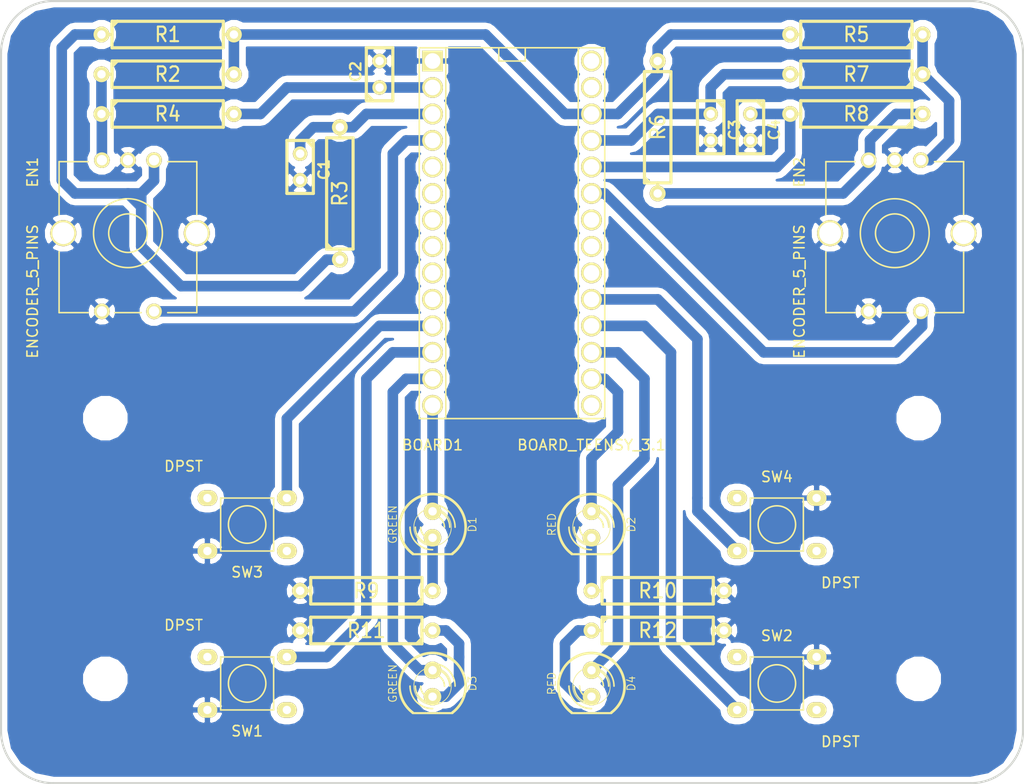
<source format=kicad_pcb>
(kicad_pcb (version 3) (host pcbnew "(2013-jul-07)-stable")

  (general
    (links 54)
    (no_connects 0)
    (area 96.763889 61.840999 205.496111 137.041001)
    (thickness 1.6)
    (drawings 17)
    (tracks 117)
    (zones 0)
    (modules 31)
    (nets 25)
  )

  (page A4)
  (title_block 
    (title Etch-a-sketch)
    (rev 0.1)
    (company BQ)
    (comment 1 "David Estévez")
  )

  (layers
    (15 F.Cu signal)
    (0 B.Cu signal)
    (16 B.Adhes user)
    (17 F.Adhes user)
    (18 B.Paste user)
    (19 F.Paste user)
    (20 B.SilkS user)
    (21 F.SilkS user)
    (22 B.Mask user)
    (23 F.Mask user)
    (24 Dwgs.User user)
    (25 Cmts.User user hide)
    (26 Eco1.User user)
    (27 Eco2.User user)
    (28 Edge.Cuts user)
  )

  (setup
    (last_trace_width 1.016)
    (trace_clearance 0.635)
    (zone_clearance 0.508)
    (zone_45_only no)
    (trace_min 0.254)
    (segment_width 0.2)
    (edge_width 0.15)
    (via_size 0.889)
    (via_drill 0.635)
    (via_min_size 0.889)
    (via_min_drill 0.508)
    (uvia_size 0.508)
    (uvia_drill 0.127)
    (uvias_allowed no)
    (uvia_min_size 0.508)
    (uvia_min_drill 0.127)
    (pcb_text_width 0.3)
    (pcb_text_size 1 1)
    (mod_edge_width 0.15)
    (mod_text_size 1 1)
    (mod_text_width 0.15)
    (pad_size 3 3)
    (pad_drill 3)
    (pad_to_mask_clearance 0)
    (aux_axis_origin 0 0)
    (visible_elements FFFFFFBF)
    (pcbplotparams
      (layerselection 1)
      (usegerberextensions false)
      (excludeedgelayer true)
      (linewidth 0.150000)
      (plotframeref false)
      (viasonmask false)
      (mode 1)
      (useauxorigin false)
      (hpglpennumber 1)
      (hpglpenspeed 20)
      (hpglpendiameter 15)
      (hpglpenoverlay 2)
      (psnegative false)
      (psa4output false)
      (plotreference true)
      (plotvalue true)
      (plotothertext true)
      (plotinvisibletext false)
      (padsonsilk false)
      (subtractmaskfromsilk false)
      (outputformat 1)
      (mirror false)
      (drillshape 0)
      (scaleselection 1)
      (outputdirectory gerber/))
  )

  (net 0 "")
  (net 1 /D0)
  (net 2 /D1)
  (net 3 /D10)
  (net 4 /D11)
  (net 5 /D12)
  (net 6 /D14)
  (net 7 /D15)
  (net 8 /D16)
  (net 9 /D17)
  (net 10 /D2)
  (net 11 /D21)
  (net 12 /D22)
  (net 13 /D23)
  (net 14 /D9)
  (net 15 GND)
  (net 16 N-0000017)
  (net 17 N-0000018)
  (net 18 N-0000019)
  (net 19 N-0000020)
  (net 20 N-0000031)
  (net 21 N-0000036)
  (net 22 N-0000037)
  (net 23 N-0000044)
  (net 24 VCC)

  (net_class Default "This is the default net class."
    (clearance 0.635)
    (trace_width 1.016)
    (via_dia 0.889)
    (via_drill 0.635)
    (uvia_dia 0.508)
    (uvia_drill 0.127)
    (add_net "")
    (add_net /D0)
    (add_net /D1)
    (add_net /D10)
    (add_net /D11)
    (add_net /D12)
    (add_net /D14)
    (add_net /D15)
    (add_net /D16)
    (add_net /D17)
    (add_net /D2)
    (add_net /D21)
    (add_net /D22)
    (add_net /D23)
    (add_net /D9)
    (add_net GND)
    (add_net N-0000017)
    (add_net N-0000018)
    (add_net N-0000019)
    (add_net N-0000020)
    (add_net N-0000031)
    (add_net N-0000036)
    (add_net N-0000037)
    (add_net N-0000044)
    (add_net VCC)
  )

  (module Switches-Push_switch_THD (layer F.Cu) (tedit 5513EE8F) (tstamp 551538A6)
    (at 175.641 112.141 180)
    (path /5512C03E)
    (fp_text reference SW4 (at 0 4.572 180) (layer F.SilkS)
      (effects (font (size 1 1) (thickness 0.15)))
    )
    (fp_text value DPST (at -6.096 -5.588 180) (layer F.SilkS)
      (effects (font (size 1 1) (thickness 0.15)))
    )
    (fp_line (start -2.54 -2.54) (end 2.54 -2.54) (layer F.SilkS) (width 0.15))
    (fp_line (start 2.54 -2.54) (end 2.54 2.54) (layer F.SilkS) (width 0.15))
    (fp_line (start 2.54 2.54) (end -2.54 2.54) (layer F.SilkS) (width 0.15))
    (fp_line (start -2.54 2.54) (end -2.54 -2.54) (layer F.SilkS) (width 0.15))
    (fp_circle (center 0 0) (end -1.27 -1.27) (layer F.SilkS) (width 0.15))
    (pad 2 thru_hole oval (at -3.81 2.54 180) (size 1.9 1.5) (drill 0.8)
      (layers *.Cu *.Mask F.SilkS)
      (net 15 GND)
    )
    (pad 1 thru_hole oval (at -3.81 -2.54 180) (size 1.9 1.5) (drill 0.8)
      (layers *.Cu *.Mask F.SilkS)
    )
    (pad 4 thru_hole oval (at 3.81 2.54 180) (size 1.9 1.5) (drill 0.8)
      (layers *.Cu *.Mask F.SilkS)
    )
    (pad 3 thru_hole oval (at 3.81 -2.54 180) (size 1.9 1.5) (drill 0.8)
      (layers *.Cu *.Mask F.SilkS)
      (net 9 /D17)
    )
  )

  (module Switches-Push_switch_THD (layer F.Cu) (tedit 5513EE8F) (tstamp 551538B3)
    (at 124.841 112.141)
    (path /5512C038)
    (fp_text reference SW3 (at 0 4.572) (layer F.SilkS)
      (effects (font (size 1 1) (thickness 0.15)))
    )
    (fp_text value DPST (at -6.096 -5.588) (layer F.SilkS)
      (effects (font (size 1 1) (thickness 0.15)))
    )
    (fp_line (start -2.54 -2.54) (end 2.54 -2.54) (layer F.SilkS) (width 0.15))
    (fp_line (start 2.54 -2.54) (end 2.54 2.54) (layer F.SilkS) (width 0.15))
    (fp_line (start 2.54 2.54) (end -2.54 2.54) (layer F.SilkS) (width 0.15))
    (fp_line (start -2.54 2.54) (end -2.54 -2.54) (layer F.SilkS) (width 0.15))
    (fp_circle (center 0 0) (end -1.27 -1.27) (layer F.SilkS) (width 0.15))
    (pad 2 thru_hole oval (at -3.81 2.54) (size 1.9 1.5) (drill 0.8)
      (layers *.Cu *.Mask F.SilkS)
      (net 15 GND)
    )
    (pad 1 thru_hole oval (at -3.81 -2.54) (size 1.9 1.5) (drill 0.8)
      (layers *.Cu *.Mask F.SilkS)
    )
    (pad 4 thru_hole oval (at 3.81 2.54) (size 1.9 1.5) (drill 0.8)
      (layers *.Cu *.Mask F.SilkS)
    )
    (pad 3 thru_hole oval (at 3.81 -2.54) (size 1.9 1.5) (drill 0.8)
      (layers *.Cu *.Mask F.SilkS)
      (net 14 /D9)
    )
  )

  (module Switches-Push_switch_THD (layer F.Cu) (tedit 5513EE8F) (tstamp 551538C0)
    (at 175.641 127.381 180)
    (path /5512C032)
    (fp_text reference SW2 (at 0 4.572 180) (layer F.SilkS)
      (effects (font (size 1 1) (thickness 0.15)))
    )
    (fp_text value DPST (at -6.096 -5.588 180) (layer F.SilkS)
      (effects (font (size 1 1) (thickness 0.15)))
    )
    (fp_line (start -2.54 -2.54) (end 2.54 -2.54) (layer F.SilkS) (width 0.15))
    (fp_line (start 2.54 -2.54) (end 2.54 2.54) (layer F.SilkS) (width 0.15))
    (fp_line (start 2.54 2.54) (end -2.54 2.54) (layer F.SilkS) (width 0.15))
    (fp_line (start -2.54 2.54) (end -2.54 -2.54) (layer F.SilkS) (width 0.15))
    (fp_circle (center 0 0) (end -1.27 -1.27) (layer F.SilkS) (width 0.15))
    (pad 2 thru_hole oval (at -3.81 2.54 180) (size 1.9 1.5) (drill 0.8)
      (layers *.Cu *.Mask F.SilkS)
      (net 15 GND)
    )
    (pad 1 thru_hole oval (at -3.81 -2.54 180) (size 1.9 1.5) (drill 0.8)
      (layers *.Cu *.Mask F.SilkS)
    )
    (pad 4 thru_hole oval (at 3.81 2.54 180) (size 1.9 1.5) (drill 0.8)
      (layers *.Cu *.Mask F.SilkS)
    )
    (pad 3 thru_hole oval (at 3.81 -2.54 180) (size 1.9 1.5) (drill 0.8)
      (layers *.Cu *.Mask F.SilkS)
      (net 8 /D16)
    )
  )

  (module Switches-Push_switch_THD (layer F.Cu) (tedit 5513EE8F) (tstamp 551538CD)
    (at 124.841 127.381)
    (path /5512C025)
    (fp_text reference SW1 (at 0 4.572) (layer F.SilkS)
      (effects (font (size 1 1) (thickness 0.15)))
    )
    (fp_text value DPST (at -6.096 -5.588) (layer F.SilkS)
      (effects (font (size 1 1) (thickness 0.15)))
    )
    (fp_line (start -2.54 -2.54) (end 2.54 -2.54) (layer F.SilkS) (width 0.15))
    (fp_line (start 2.54 -2.54) (end 2.54 2.54) (layer F.SilkS) (width 0.15))
    (fp_line (start 2.54 2.54) (end -2.54 2.54) (layer F.SilkS) (width 0.15))
    (fp_line (start -2.54 2.54) (end -2.54 -2.54) (layer F.SilkS) (width 0.15))
    (fp_circle (center 0 0) (end -1.27 -1.27) (layer F.SilkS) (width 0.15))
    (pad 2 thru_hole oval (at -3.81 2.54) (size 1.9 1.5) (drill 0.8)
      (layers *.Cu *.Mask F.SilkS)
      (net 15 GND)
    )
    (pad 1 thru_hole oval (at -3.81 -2.54) (size 1.9 1.5) (drill 0.8)
      (layers *.Cu *.Mask F.SilkS)
    )
    (pad 4 thru_hole oval (at 3.81 2.54) (size 1.9 1.5) (drill 0.8)
      (layers *.Cu *.Mask F.SilkS)
    )
    (pad 3 thru_hole oval (at 3.81 -2.54) (size 1.9 1.5) (drill 0.8)
      (layers *.Cu *.Mask F.SilkS)
      (net 3 /D10)
    )
  )

  (module R5 (layer F.Cu) (tedit 200000) (tstamp 551538DA)
    (at 183.261 68.961 180)
    (descr "Resistance 5 pas")
    (tags R)
    (path /5512B647)
    (autoplace_cost180 10)
    (fp_text reference R7 (at 0 0 180) (layer F.SilkS)
      (effects (font (size 1.397 1.27) (thickness 0.2032)))
    )
    (fp_text value R (at 0 0 180) (layer F.SilkS) hide
      (effects (font (size 1.397 1.27) (thickness 0.2032)))
    )
    (fp_line (start -6.35 0) (end -5.334 0) (layer F.SilkS) (width 0.3048))
    (fp_line (start 6.35 0) (end 5.334 0) (layer F.SilkS) (width 0.3048))
    (fp_line (start 5.334 -1.27) (end 5.334 1.27) (layer F.SilkS) (width 0.3048))
    (fp_line (start 5.334 1.27) (end -5.334 1.27) (layer F.SilkS) (width 0.3048))
    (fp_line (start -5.334 1.27) (end -5.334 -1.27) (layer F.SilkS) (width 0.3048))
    (fp_line (start -5.334 -1.27) (end 5.334 -1.27) (layer F.SilkS) (width 0.3048))
    (fp_line (start -5.334 -0.762) (end -4.826 -1.27) (layer F.SilkS) (width 0.3048))
    (pad 1 thru_hole circle (at -6.35 0 180) (size 1.524 1.524) (drill 0.8128)
      (layers *.Cu *.Mask F.SilkS)
      (net 20 N-0000031)
    )
    (pad 2 thru_hole circle (at 6.35 0 180) (size 1.524 1.524) (drill 0.8128)
      (layers *.Cu *.Mask F.SilkS)
      (net 13 /D23)
    )
    (model discret/resistor.wrl
      (at (xyz 0 0 0))
      (scale (xyz 0.5 0.5 0.5))
      (rotate (xyz 0 0 0))
    )
  )

  (module R5 (layer F.Cu) (tedit 200000) (tstamp 551538E7)
    (at 164.211 122.301)
    (descr "Resistance 5 pas")
    (tags R)
    (path /5512B8E7)
    (autoplace_cost180 10)
    (fp_text reference R12 (at 0 0) (layer F.SilkS)
      (effects (font (size 1.397 1.27) (thickness 0.2032)))
    )
    (fp_text value R (at 0 0) (layer F.SilkS) hide
      (effects (font (size 1.397 1.27) (thickness 0.2032)))
    )
    (fp_line (start -6.35 0) (end -5.334 0) (layer F.SilkS) (width 0.3048))
    (fp_line (start 6.35 0) (end 5.334 0) (layer F.SilkS) (width 0.3048))
    (fp_line (start 5.334 -1.27) (end 5.334 1.27) (layer F.SilkS) (width 0.3048))
    (fp_line (start 5.334 1.27) (end -5.334 1.27) (layer F.SilkS) (width 0.3048))
    (fp_line (start -5.334 1.27) (end -5.334 -1.27) (layer F.SilkS) (width 0.3048))
    (fp_line (start -5.334 -1.27) (end 5.334 -1.27) (layer F.SilkS) (width 0.3048))
    (fp_line (start -5.334 -0.762) (end -4.826 -1.27) (layer F.SilkS) (width 0.3048))
    (pad 1 thru_hole circle (at -6.35 0) (size 1.524 1.524) (drill 0.8128)
      (layers *.Cu *.Mask F.SilkS)
      (net 17 N-0000018)
    )
    (pad 2 thru_hole circle (at 6.35 0) (size 1.524 1.524) (drill 0.8128)
      (layers *.Cu *.Mask F.SilkS)
      (net 15 GND)
    )
    (model discret/resistor.wrl
      (at (xyz 0 0 0))
      (scale (xyz 0.5 0.5 0.5))
      (rotate (xyz 0 0 0))
    )
  )

  (module R5 (layer F.Cu) (tedit 200000) (tstamp 551538F4)
    (at 136.271 122.301 180)
    (descr "Resistance 5 pas")
    (tags R)
    (path /5512B8DA)
    (autoplace_cost180 10)
    (fp_text reference R11 (at 0 0 180) (layer F.SilkS)
      (effects (font (size 1.397 1.27) (thickness 0.2032)))
    )
    (fp_text value R (at 0 0 180) (layer F.SilkS) hide
      (effects (font (size 1.397 1.27) (thickness 0.2032)))
    )
    (fp_line (start -6.35 0) (end -5.334 0) (layer F.SilkS) (width 0.3048))
    (fp_line (start 6.35 0) (end 5.334 0) (layer F.SilkS) (width 0.3048))
    (fp_line (start 5.334 -1.27) (end 5.334 1.27) (layer F.SilkS) (width 0.3048))
    (fp_line (start 5.334 1.27) (end -5.334 1.27) (layer F.SilkS) (width 0.3048))
    (fp_line (start -5.334 1.27) (end -5.334 -1.27) (layer F.SilkS) (width 0.3048))
    (fp_line (start -5.334 -1.27) (end 5.334 -1.27) (layer F.SilkS) (width 0.3048))
    (fp_line (start -5.334 -0.762) (end -4.826 -1.27) (layer F.SilkS) (width 0.3048))
    (pad 1 thru_hole circle (at -6.35 0 180) (size 1.524 1.524) (drill 0.8128)
      (layers *.Cu *.Mask F.SilkS)
      (net 18 N-0000019)
    )
    (pad 2 thru_hole circle (at 6.35 0 180) (size 1.524 1.524) (drill 0.8128)
      (layers *.Cu *.Mask F.SilkS)
      (net 15 GND)
    )
    (model discret/resistor.wrl
      (at (xyz 0 0 0))
      (scale (xyz 0.5 0.5 0.5))
      (rotate (xyz 0 0 0))
    )
  )

  (module R5 (layer F.Cu) (tedit 200000) (tstamp 55153901)
    (at 164.211 118.491)
    (descr "Resistance 5 pas")
    (tags R)
    (path /5512B8CD)
    (autoplace_cost180 10)
    (fp_text reference R10 (at 0 0) (layer F.SilkS)
      (effects (font (size 1.397 1.27) (thickness 0.2032)))
    )
    (fp_text value R (at 0 0) (layer F.SilkS) hide
      (effects (font (size 1.397 1.27) (thickness 0.2032)))
    )
    (fp_line (start -6.35 0) (end -5.334 0) (layer F.SilkS) (width 0.3048))
    (fp_line (start 6.35 0) (end 5.334 0) (layer F.SilkS) (width 0.3048))
    (fp_line (start 5.334 -1.27) (end 5.334 1.27) (layer F.SilkS) (width 0.3048))
    (fp_line (start 5.334 1.27) (end -5.334 1.27) (layer F.SilkS) (width 0.3048))
    (fp_line (start -5.334 1.27) (end -5.334 -1.27) (layer F.SilkS) (width 0.3048))
    (fp_line (start -5.334 -1.27) (end 5.334 -1.27) (layer F.SilkS) (width 0.3048))
    (fp_line (start -5.334 -0.762) (end -4.826 -1.27) (layer F.SilkS) (width 0.3048))
    (pad 1 thru_hole circle (at -6.35 0) (size 1.524 1.524) (drill 0.8128)
      (layers *.Cu *.Mask F.SilkS)
      (net 16 N-0000017)
    )
    (pad 2 thru_hole circle (at 6.35 0) (size 1.524 1.524) (drill 0.8128)
      (layers *.Cu *.Mask F.SilkS)
      (net 15 GND)
    )
    (model discret/resistor.wrl
      (at (xyz 0 0 0))
      (scale (xyz 0.5 0.5 0.5))
      (rotate (xyz 0 0 0))
    )
  )

  (module R5 (layer F.Cu) (tedit 200000) (tstamp 5515390E)
    (at 136.271 118.491 180)
    (descr "Resistance 5 pas")
    (tags R)
    (path /5512B885)
    (autoplace_cost180 10)
    (fp_text reference R9 (at 0 0 180) (layer F.SilkS)
      (effects (font (size 1.397 1.27) (thickness 0.2032)))
    )
    (fp_text value R (at 0 0 180) (layer F.SilkS) hide
      (effects (font (size 1.397 1.27) (thickness 0.2032)))
    )
    (fp_line (start -6.35 0) (end -5.334 0) (layer F.SilkS) (width 0.3048))
    (fp_line (start 6.35 0) (end 5.334 0) (layer F.SilkS) (width 0.3048))
    (fp_line (start 5.334 -1.27) (end 5.334 1.27) (layer F.SilkS) (width 0.3048))
    (fp_line (start 5.334 1.27) (end -5.334 1.27) (layer F.SilkS) (width 0.3048))
    (fp_line (start -5.334 1.27) (end -5.334 -1.27) (layer F.SilkS) (width 0.3048))
    (fp_line (start -5.334 -1.27) (end 5.334 -1.27) (layer F.SilkS) (width 0.3048))
    (fp_line (start -5.334 -0.762) (end -4.826 -1.27) (layer F.SilkS) (width 0.3048))
    (pad 1 thru_hole circle (at -6.35 0 180) (size 1.524 1.524) (drill 0.8128)
      (layers *.Cu *.Mask F.SilkS)
      (net 19 N-0000020)
    )
    (pad 2 thru_hole circle (at 6.35 0 180) (size 1.524 1.524) (drill 0.8128)
      (layers *.Cu *.Mask F.SilkS)
      (net 15 GND)
    )
    (model discret/resistor.wrl
      (at (xyz 0 0 0))
      (scale (xyz 0.5 0.5 0.5))
      (rotate (xyz 0 0 0))
    )
  )

  (module R5 (layer F.Cu) (tedit 200000) (tstamp 5515391B)
    (at 183.261 65.151 180)
    (descr "Resistance 5 pas")
    (tags R)
    (path /5512B64D)
    (autoplace_cost180 10)
    (fp_text reference R5 (at 0 0 180) (layer F.SilkS)
      (effects (font (size 1.397 1.27) (thickness 0.2032)))
    )
    (fp_text value R (at 0 0 180) (layer F.SilkS) hide
      (effects (font (size 1.397 1.27) (thickness 0.2032)))
    )
    (fp_line (start -6.35 0) (end -5.334 0) (layer F.SilkS) (width 0.3048))
    (fp_line (start 6.35 0) (end 5.334 0) (layer F.SilkS) (width 0.3048))
    (fp_line (start 5.334 -1.27) (end 5.334 1.27) (layer F.SilkS) (width 0.3048))
    (fp_line (start 5.334 1.27) (end -5.334 1.27) (layer F.SilkS) (width 0.3048))
    (fp_line (start -5.334 1.27) (end -5.334 -1.27) (layer F.SilkS) (width 0.3048))
    (fp_line (start -5.334 -1.27) (end 5.334 -1.27) (layer F.SilkS) (width 0.3048))
    (fp_line (start -5.334 -0.762) (end -4.826 -1.27) (layer F.SilkS) (width 0.3048))
    (pad 1 thru_hole circle (at -6.35 0 180) (size 1.524 1.524) (drill 0.8128)
      (layers *.Cu *.Mask F.SilkS)
      (net 20 N-0000031)
    )
    (pad 2 thru_hole circle (at 6.35 0 180) (size 1.524 1.524) (drill 0.8128)
      (layers *.Cu *.Mask F.SilkS)
      (net 24 VCC)
    )
    (model discret/resistor.wrl
      (at (xyz 0 0 0))
      (scale (xyz 0.5 0.5 0.5))
      (rotate (xyz 0 0 0))
    )
  )

  (module R5 (layer F.Cu) (tedit 200000) (tstamp 55153928)
    (at 164.211 74.041 90)
    (descr "Resistance 5 pas")
    (tags R)
    (path /5512B627)
    (autoplace_cost180 10)
    (fp_text reference R6 (at 0 0 90) (layer F.SilkS)
      (effects (font (size 1.397 1.27) (thickness 0.2032)))
    )
    (fp_text value R (at 0 0 90) (layer F.SilkS) hide
      (effects (font (size 1.397 1.27) (thickness 0.2032)))
    )
    (fp_line (start -6.35 0) (end -5.334 0) (layer F.SilkS) (width 0.3048))
    (fp_line (start 6.35 0) (end 5.334 0) (layer F.SilkS) (width 0.3048))
    (fp_line (start 5.334 -1.27) (end 5.334 1.27) (layer F.SilkS) (width 0.3048))
    (fp_line (start 5.334 1.27) (end -5.334 1.27) (layer F.SilkS) (width 0.3048))
    (fp_line (start -5.334 1.27) (end -5.334 -1.27) (layer F.SilkS) (width 0.3048))
    (fp_line (start -5.334 -1.27) (end 5.334 -1.27) (layer F.SilkS) (width 0.3048))
    (fp_line (start -5.334 -0.762) (end -4.826 -1.27) (layer F.SilkS) (width 0.3048))
    (pad 1 thru_hole circle (at -6.35 0 90) (size 1.524 1.524) (drill 0.8128)
      (layers *.Cu *.Mask F.SilkS)
      (net 23 N-0000044)
    )
    (pad 2 thru_hole circle (at 6.35 0 90) (size 1.524 1.524) (drill 0.8128)
      (layers *.Cu *.Mask F.SilkS)
      (net 24 VCC)
    )
    (model discret/resistor.wrl
      (at (xyz 0 0 0))
      (scale (xyz 0.5 0.5 0.5))
      (rotate (xyz 0 0 0))
    )
  )

  (module R5 (layer F.Cu) (tedit 200000) (tstamp 55153935)
    (at 183.261 72.771 180)
    (descr "Resistance 5 pas")
    (tags R)
    (path /5512B621)
    (autoplace_cost180 10)
    (fp_text reference R8 (at 0 0 180) (layer F.SilkS)
      (effects (font (size 1.397 1.27) (thickness 0.2032)))
    )
    (fp_text value R (at 0 0 180) (layer F.SilkS) hide
      (effects (font (size 1.397 1.27) (thickness 0.2032)))
    )
    (fp_line (start -6.35 0) (end -5.334 0) (layer F.SilkS) (width 0.3048))
    (fp_line (start 6.35 0) (end 5.334 0) (layer F.SilkS) (width 0.3048))
    (fp_line (start 5.334 -1.27) (end 5.334 1.27) (layer F.SilkS) (width 0.3048))
    (fp_line (start 5.334 1.27) (end -5.334 1.27) (layer F.SilkS) (width 0.3048))
    (fp_line (start -5.334 1.27) (end -5.334 -1.27) (layer F.SilkS) (width 0.3048))
    (fp_line (start -5.334 -1.27) (end 5.334 -1.27) (layer F.SilkS) (width 0.3048))
    (fp_line (start -5.334 -0.762) (end -4.826 -1.27) (layer F.SilkS) (width 0.3048))
    (pad 1 thru_hole circle (at -6.35 0 180) (size 1.524 1.524) (drill 0.8128)
      (layers *.Cu *.Mask F.SilkS)
      (net 23 N-0000044)
    )
    (pad 2 thru_hole circle (at 6.35 0 180) (size 1.524 1.524) (drill 0.8128)
      (layers *.Cu *.Mask F.SilkS)
      (net 12 /D22)
    )
    (model discret/resistor.wrl
      (at (xyz 0 0 0))
      (scale (xyz 0.5 0.5 0.5))
      (rotate (xyz 0 0 0))
    )
  )

  (module R5 (layer F.Cu) (tedit 200000) (tstamp 55153942)
    (at 117.221 65.151)
    (descr "Resistance 5 pas")
    (tags R)
    (path /5512B423)
    (autoplace_cost180 10)
    (fp_text reference R1 (at 0 0) (layer F.SilkS)
      (effects (font (size 1.397 1.27) (thickness 0.2032)))
    )
    (fp_text value R (at 0 0) (layer F.SilkS) hide
      (effects (font (size 1.397 1.27) (thickness 0.2032)))
    )
    (fp_line (start -6.35 0) (end -5.334 0) (layer F.SilkS) (width 0.3048))
    (fp_line (start 6.35 0) (end 5.334 0) (layer F.SilkS) (width 0.3048))
    (fp_line (start 5.334 -1.27) (end 5.334 1.27) (layer F.SilkS) (width 0.3048))
    (fp_line (start 5.334 1.27) (end -5.334 1.27) (layer F.SilkS) (width 0.3048))
    (fp_line (start -5.334 1.27) (end -5.334 -1.27) (layer F.SilkS) (width 0.3048))
    (fp_line (start -5.334 -1.27) (end 5.334 -1.27) (layer F.SilkS) (width 0.3048))
    (fp_line (start -5.334 -0.762) (end -4.826 -1.27) (layer F.SilkS) (width 0.3048))
    (pad 1 thru_hole circle (at -6.35 0) (size 1.524 1.524) (drill 0.8128)
      (layers *.Cu *.Mask F.SilkS)
      (net 21 N-0000036)
    )
    (pad 2 thru_hole circle (at 6.35 0) (size 1.524 1.524) (drill 0.8128)
      (layers *.Cu *.Mask F.SilkS)
      (net 24 VCC)
    )
    (model discret/resistor.wrl
      (at (xyz 0 0 0))
      (scale (xyz 0.5 0.5 0.5))
      (rotate (xyz 0 0 0))
    )
  )

  (module R5 (layer F.Cu) (tedit 200000) (tstamp 5515394F)
    (at 133.731 80.391 90)
    (descr "Resistance 5 pas")
    (tags R)
    (path /5512B41D)
    (autoplace_cost180 10)
    (fp_text reference R3 (at 0 0 90) (layer F.SilkS)
      (effects (font (size 1.397 1.27) (thickness 0.2032)))
    )
    (fp_text value R (at 0 0 90) (layer F.SilkS) hide
      (effects (font (size 1.397 1.27) (thickness 0.2032)))
    )
    (fp_line (start -6.35 0) (end -5.334 0) (layer F.SilkS) (width 0.3048))
    (fp_line (start 6.35 0) (end 5.334 0) (layer F.SilkS) (width 0.3048))
    (fp_line (start 5.334 -1.27) (end 5.334 1.27) (layer F.SilkS) (width 0.3048))
    (fp_line (start 5.334 1.27) (end -5.334 1.27) (layer F.SilkS) (width 0.3048))
    (fp_line (start -5.334 1.27) (end -5.334 -1.27) (layer F.SilkS) (width 0.3048))
    (fp_line (start -5.334 -1.27) (end 5.334 -1.27) (layer F.SilkS) (width 0.3048))
    (fp_line (start -5.334 -0.762) (end -4.826 -1.27) (layer F.SilkS) (width 0.3048))
    (pad 1 thru_hole circle (at -6.35 0 90) (size 1.524 1.524) (drill 0.8128)
      (layers *.Cu *.Mask F.SilkS)
      (net 21 N-0000036)
    )
    (pad 2 thru_hole circle (at 6.35 0 90) (size 1.524 1.524) (drill 0.8128)
      (layers *.Cu *.Mask F.SilkS)
      (net 2 /D1)
    )
    (model discret/resistor.wrl
      (at (xyz 0 0 0))
      (scale (xyz 0.5 0.5 0.5))
      (rotate (xyz 0 0 0))
    )
  )

  (module R5 (layer F.Cu) (tedit 200000) (tstamp 5515395C)
    (at 117.221 68.961)
    (descr "Resistance 5 pas")
    (tags R)
    (path /5512B35F)
    (autoplace_cost180 10)
    (fp_text reference R2 (at 0 0) (layer F.SilkS)
      (effects (font (size 1.397 1.27) (thickness 0.2032)))
    )
    (fp_text value R (at 0 0) (layer F.SilkS) hide
      (effects (font (size 1.397 1.27) (thickness 0.2032)))
    )
    (fp_line (start -6.35 0) (end -5.334 0) (layer F.SilkS) (width 0.3048))
    (fp_line (start 6.35 0) (end 5.334 0) (layer F.SilkS) (width 0.3048))
    (fp_line (start 5.334 -1.27) (end 5.334 1.27) (layer F.SilkS) (width 0.3048))
    (fp_line (start 5.334 1.27) (end -5.334 1.27) (layer F.SilkS) (width 0.3048))
    (fp_line (start -5.334 1.27) (end -5.334 -1.27) (layer F.SilkS) (width 0.3048))
    (fp_line (start -5.334 -1.27) (end 5.334 -1.27) (layer F.SilkS) (width 0.3048))
    (fp_line (start -5.334 -0.762) (end -4.826 -1.27) (layer F.SilkS) (width 0.3048))
    (pad 1 thru_hole circle (at -6.35 0) (size 1.524 1.524) (drill 0.8128)
      (layers *.Cu *.Mask F.SilkS)
      (net 22 N-0000037)
    )
    (pad 2 thru_hole circle (at 6.35 0) (size 1.524 1.524) (drill 0.8128)
      (layers *.Cu *.Mask F.SilkS)
      (net 24 VCC)
    )
    (model discret/resistor.wrl
      (at (xyz 0 0 0))
      (scale (xyz 0.5 0.5 0.5))
      (rotate (xyz 0 0 0))
    )
  )

  (module R5 (layer F.Cu) (tedit 200000) (tstamp 55153969)
    (at 117.221 72.771)
    (descr "Resistance 5 pas")
    (tags R)
    (path /5512B352)
    (autoplace_cost180 10)
    (fp_text reference R4 (at 0 0) (layer F.SilkS)
      (effects (font (size 1.397 1.27) (thickness 0.2032)))
    )
    (fp_text value R (at 0 0) (layer F.SilkS) hide
      (effects (font (size 1.397 1.27) (thickness 0.2032)))
    )
    (fp_line (start -6.35 0) (end -5.334 0) (layer F.SilkS) (width 0.3048))
    (fp_line (start 6.35 0) (end 5.334 0) (layer F.SilkS) (width 0.3048))
    (fp_line (start 5.334 -1.27) (end 5.334 1.27) (layer F.SilkS) (width 0.3048))
    (fp_line (start 5.334 1.27) (end -5.334 1.27) (layer F.SilkS) (width 0.3048))
    (fp_line (start -5.334 1.27) (end -5.334 -1.27) (layer F.SilkS) (width 0.3048))
    (fp_line (start -5.334 -1.27) (end 5.334 -1.27) (layer F.SilkS) (width 0.3048))
    (fp_line (start -5.334 -0.762) (end -4.826 -1.27) (layer F.SilkS) (width 0.3048))
    (pad 1 thru_hole circle (at -6.35 0) (size 1.524 1.524) (drill 0.8128)
      (layers *.Cu *.Mask F.SilkS)
      (net 22 N-0000037)
    )
    (pad 2 thru_hole circle (at 6.35 0) (size 1.524 1.524) (drill 0.8128)
      (layers *.Cu *.Mask F.SilkS)
      (net 1 /D0)
    )
    (model discret/resistor.wrl
      (at (xyz 0 0 0))
      (scale (xyz 0.5 0.5 0.5))
      (rotate (xyz 0 0 0))
    )
  )

  (module LED-5MM (layer F.Cu) (tedit 50ADE86B) (tstamp 551539A4)
    (at 142.621 112.141 270)
    (descr "LED 5mm - Lead pitch 100mil (2,54mm)")
    (tags "LED led 5mm 5MM 100mil 2,54mm")
    (path /5512B876)
    (fp_text reference D1 (at 0 -3.81 270) (layer F.SilkS)
      (effects (font (size 0.762 0.762) (thickness 0.0889)))
    )
    (fp_text value GREEN (at 0 3.81 270) (layer F.SilkS)
      (effects (font (size 0.762 0.762) (thickness 0.0889)))
    )
    (fp_line (start 2.8448 1.905) (end 2.8448 -1.905) (layer F.SilkS) (width 0.2032))
    (fp_circle (center 0.254 0) (end -1.016 1.27) (layer F.SilkS) (width 0.0762))
    (fp_arc (start 0.254 0) (end 2.794 1.905) (angle 286.2) (layer F.SilkS) (width 0.254))
    (fp_arc (start 0.254 0) (end -0.889 0) (angle 90) (layer F.SilkS) (width 0.1524))
    (fp_arc (start 0.254 0) (end 1.397 0) (angle 90) (layer F.SilkS) (width 0.1524))
    (fp_arc (start 0.254 0) (end -1.397 0) (angle 90) (layer F.SilkS) (width 0.1524))
    (fp_arc (start 0.254 0) (end 1.905 0) (angle 90) (layer F.SilkS) (width 0.1524))
    (fp_arc (start 0.254 0) (end -1.905 0) (angle 90) (layer F.SilkS) (width 0.1524))
    (fp_arc (start 0.254 0) (end 2.413 0) (angle 90) (layer F.SilkS) (width 0.1524))
    (pad 1 thru_hole circle (at -1.27 0 270) (size 1.6764 1.6764) (drill 0.8128)
      (layers *.Cu *.Mask F.SilkS)
      (net 5 /D12)
    )
    (pad 2 thru_hole circle (at 1.27 0 270) (size 1.6764 1.6764) (drill 0.8128)
      (layers *.Cu *.Mask F.SilkS)
      (net 19 N-0000020)
    )
    (model discret/leds/led5_vertical_verde.wrl
      (at (xyz 0 0 0))
      (scale (xyz 1 1 1))
      (rotate (xyz 0 0 0))
    )
  )

  (module LED-5MM (layer F.Cu) (tedit 50ADE86B) (tstamp 551539B3)
    (at 157.861 112.141 270)
    (descr "LED 5mm - Lead pitch 100mil (2,54mm)")
    (tags "LED led 5mm 5MM 100mil 2,54mm")
    (path /5512B8C7)
    (fp_text reference D2 (at 0 -3.81 270) (layer F.SilkS)
      (effects (font (size 0.762 0.762) (thickness 0.0889)))
    )
    (fp_text value RED (at 0 3.81 270) (layer F.SilkS)
      (effects (font (size 0.762 0.762) (thickness 0.0889)))
    )
    (fp_line (start 2.8448 1.905) (end 2.8448 -1.905) (layer F.SilkS) (width 0.2032))
    (fp_circle (center 0.254 0) (end -1.016 1.27) (layer F.SilkS) (width 0.0762))
    (fp_arc (start 0.254 0) (end 2.794 1.905) (angle 286.2) (layer F.SilkS) (width 0.254))
    (fp_arc (start 0.254 0) (end -0.889 0) (angle 90) (layer F.SilkS) (width 0.1524))
    (fp_arc (start 0.254 0) (end 1.397 0) (angle 90) (layer F.SilkS) (width 0.1524))
    (fp_arc (start 0.254 0) (end -1.397 0) (angle 90) (layer F.SilkS) (width 0.1524))
    (fp_arc (start 0.254 0) (end 1.905 0) (angle 90) (layer F.SilkS) (width 0.1524))
    (fp_arc (start 0.254 0) (end -1.905 0) (angle 90) (layer F.SilkS) (width 0.1524))
    (fp_arc (start 0.254 0) (end 2.413 0) (angle 90) (layer F.SilkS) (width 0.1524))
    (pad 1 thru_hole circle (at -1.27 0 270) (size 1.6764 1.6764) (drill 0.8128)
      (layers *.Cu *.Mask F.SilkS)
      (net 6 /D14)
    )
    (pad 2 thru_hole circle (at 1.27 0 270) (size 1.6764 1.6764) (drill 0.8128)
      (layers *.Cu *.Mask F.SilkS)
      (net 16 N-0000017)
    )
    (model discret/leds/led5_vertical_verde.wrl
      (at (xyz 0 0 0))
      (scale (xyz 1 1 1))
      (rotate (xyz 0 0 0))
    )
  )

  (module LED-5MM (layer F.Cu) (tedit 50ADE86B) (tstamp 551539C2)
    (at 142.621 127.381 270)
    (descr "LED 5mm - Lead pitch 100mil (2,54mm)")
    (tags "LED led 5mm 5MM 100mil 2,54mm")
    (path /5512B8D4)
    (fp_text reference D3 (at 0 -3.81 270) (layer F.SilkS)
      (effects (font (size 0.762 0.762) (thickness 0.0889)))
    )
    (fp_text value GREEN (at 0 3.81 270) (layer F.SilkS)
      (effects (font (size 0.762 0.762) (thickness 0.0889)))
    )
    (fp_line (start 2.8448 1.905) (end 2.8448 -1.905) (layer F.SilkS) (width 0.2032))
    (fp_circle (center 0.254 0) (end -1.016 1.27) (layer F.SilkS) (width 0.0762))
    (fp_arc (start 0.254 0) (end 2.794 1.905) (angle 286.2) (layer F.SilkS) (width 0.254))
    (fp_arc (start 0.254 0) (end -0.889 0) (angle 90) (layer F.SilkS) (width 0.1524))
    (fp_arc (start 0.254 0) (end 1.397 0) (angle 90) (layer F.SilkS) (width 0.1524))
    (fp_arc (start 0.254 0) (end -1.397 0) (angle 90) (layer F.SilkS) (width 0.1524))
    (fp_arc (start 0.254 0) (end 1.905 0) (angle 90) (layer F.SilkS) (width 0.1524))
    (fp_arc (start 0.254 0) (end -1.905 0) (angle 90) (layer F.SilkS) (width 0.1524))
    (fp_arc (start 0.254 0) (end 2.413 0) (angle 90) (layer F.SilkS) (width 0.1524))
    (pad 1 thru_hole circle (at -1.27 0 270) (size 1.6764 1.6764) (drill 0.8128)
      (layers *.Cu *.Mask F.SilkS)
      (net 4 /D11)
    )
    (pad 2 thru_hole circle (at 1.27 0 270) (size 1.6764 1.6764) (drill 0.8128)
      (layers *.Cu *.Mask F.SilkS)
      (net 18 N-0000019)
    )
    (model discret/leds/led5_vertical_verde.wrl
      (at (xyz 0 0 0))
      (scale (xyz 1 1 1))
      (rotate (xyz 0 0 0))
    )
  )

  (module LED-5MM (layer F.Cu) (tedit 50ADE86B) (tstamp 551539D1)
    (at 157.861 127.381 270)
    (descr "LED 5mm - Lead pitch 100mil (2,54mm)")
    (tags "LED led 5mm 5MM 100mil 2,54mm")
    (path /5512B8E1)
    (fp_text reference D4 (at 0 -3.81 270) (layer F.SilkS)
      (effects (font (size 0.762 0.762) (thickness 0.0889)))
    )
    (fp_text value RED (at 0 3.81 270) (layer F.SilkS)
      (effects (font (size 0.762 0.762) (thickness 0.0889)))
    )
    (fp_line (start 2.8448 1.905) (end 2.8448 -1.905) (layer F.SilkS) (width 0.2032))
    (fp_circle (center 0.254 0) (end -1.016 1.27) (layer F.SilkS) (width 0.0762))
    (fp_arc (start 0.254 0) (end 2.794 1.905) (angle 286.2) (layer F.SilkS) (width 0.254))
    (fp_arc (start 0.254 0) (end -0.889 0) (angle 90) (layer F.SilkS) (width 0.1524))
    (fp_arc (start 0.254 0) (end 1.397 0) (angle 90) (layer F.SilkS) (width 0.1524))
    (fp_arc (start 0.254 0) (end -1.397 0) (angle 90) (layer F.SilkS) (width 0.1524))
    (fp_arc (start 0.254 0) (end 1.905 0) (angle 90) (layer F.SilkS) (width 0.1524))
    (fp_arc (start 0.254 0) (end -1.905 0) (angle 90) (layer F.SilkS) (width 0.1524))
    (fp_arc (start 0.254 0) (end 2.413 0) (angle 90) (layer F.SilkS) (width 0.1524))
    (pad 1 thru_hole circle (at -1.27 0 270) (size 1.6764 1.6764) (drill 0.8128)
      (layers *.Cu *.Mask F.SilkS)
      (net 7 /D15)
    )
    (pad 2 thru_hole circle (at 1.27 0 270) (size 1.6764 1.6764) (drill 0.8128)
      (layers *.Cu *.Mask F.SilkS)
      (net 17 N-0000018)
    )
    (model discret/leds/led5_vertical_verde.wrl
      (at (xyz 0 0 0))
      (scale (xyz 1 1 1))
      (rotate (xyz 0 0 0))
    )
  )

  (module C1 (layer F.Cu) (tedit 3F92C496) (tstamp 551539DC)
    (at 169.291 74.041 270)
    (descr "Condensateur e = 1 pas")
    (tags C)
    (path /5512B641)
    (fp_text reference C3 (at 0.254 -2.286 270) (layer F.SilkS)
      (effects (font (size 1.016 1.016) (thickness 0.2032)))
    )
    (fp_text value C (at 0 -2.286 270) (layer F.SilkS) hide
      (effects (font (size 1.016 1.016) (thickness 0.2032)))
    )
    (fp_line (start -2.4892 -1.27) (end 2.54 -1.27) (layer F.SilkS) (width 0.3048))
    (fp_line (start 2.54 -1.27) (end 2.54 1.27) (layer F.SilkS) (width 0.3048))
    (fp_line (start 2.54 1.27) (end -2.54 1.27) (layer F.SilkS) (width 0.3048))
    (fp_line (start -2.54 1.27) (end -2.54 -1.27) (layer F.SilkS) (width 0.3048))
    (fp_line (start -2.54 -0.635) (end -1.905 -1.27) (layer F.SilkS) (width 0.3048))
    (pad 1 thru_hole circle (at -1.27 0 270) (size 1.397 1.397) (drill 0.8128)
      (layers *.Cu *.Mask F.SilkS)
      (net 13 /D23)
    )
    (pad 2 thru_hole circle (at 1.27 0 270) (size 1.397 1.397) (drill 0.8128)
      (layers *.Cu *.Mask F.SilkS)
      (net 15 GND)
    )
    (model discret/capa_1_pas.wrl
      (at (xyz 0 0 0))
      (scale (xyz 1 1 1))
      (rotate (xyz 0 0 0))
    )
  )

  (module C1 (layer F.Cu) (tedit 3F92C496) (tstamp 551539E7)
    (at 173.101 74.041 270)
    (descr "Condensateur e = 1 pas")
    (tags C)
    (path /5512B61B)
    (fp_text reference C4 (at 0.254 -2.286 270) (layer F.SilkS)
      (effects (font (size 1.016 1.016) (thickness 0.2032)))
    )
    (fp_text value C (at 0 -2.286 270) (layer F.SilkS) hide
      (effects (font (size 1.016 1.016) (thickness 0.2032)))
    )
    (fp_line (start -2.4892 -1.27) (end 2.54 -1.27) (layer F.SilkS) (width 0.3048))
    (fp_line (start 2.54 -1.27) (end 2.54 1.27) (layer F.SilkS) (width 0.3048))
    (fp_line (start 2.54 1.27) (end -2.54 1.27) (layer F.SilkS) (width 0.3048))
    (fp_line (start -2.54 1.27) (end -2.54 -1.27) (layer F.SilkS) (width 0.3048))
    (fp_line (start -2.54 -0.635) (end -1.905 -1.27) (layer F.SilkS) (width 0.3048))
    (pad 1 thru_hole circle (at -1.27 0 270) (size 1.397 1.397) (drill 0.8128)
      (layers *.Cu *.Mask F.SilkS)
      (net 12 /D22)
    )
    (pad 2 thru_hole circle (at 1.27 0 270) (size 1.397 1.397) (drill 0.8128)
      (layers *.Cu *.Mask F.SilkS)
      (net 15 GND)
    )
    (model discret/capa_1_pas.wrl
      (at (xyz 0 0 0))
      (scale (xyz 1 1 1))
      (rotate (xyz 0 0 0))
    )
  )

  (module C1 (layer F.Cu) (tedit 3F92C496) (tstamp 551539F2)
    (at 129.921 77.851 270)
    (descr "Condensateur e = 1 pas")
    (tags C)
    (path /5512B417)
    (fp_text reference C1 (at 0.254 -2.286 270) (layer F.SilkS)
      (effects (font (size 1.016 1.016) (thickness 0.2032)))
    )
    (fp_text value C (at 0 -2.286 270) (layer F.SilkS) hide
      (effects (font (size 1.016 1.016) (thickness 0.2032)))
    )
    (fp_line (start -2.4892 -1.27) (end 2.54 -1.27) (layer F.SilkS) (width 0.3048))
    (fp_line (start 2.54 -1.27) (end 2.54 1.27) (layer F.SilkS) (width 0.3048))
    (fp_line (start 2.54 1.27) (end -2.54 1.27) (layer F.SilkS) (width 0.3048))
    (fp_line (start -2.54 1.27) (end -2.54 -1.27) (layer F.SilkS) (width 0.3048))
    (fp_line (start -2.54 -0.635) (end -1.905 -1.27) (layer F.SilkS) (width 0.3048))
    (pad 1 thru_hole circle (at -1.27 0 270) (size 1.397 1.397) (drill 0.8128)
      (layers *.Cu *.Mask F.SilkS)
      (net 2 /D1)
    )
    (pad 2 thru_hole circle (at 1.27 0 270) (size 1.397 1.397) (drill 0.8128)
      (layers *.Cu *.Mask F.SilkS)
      (net 15 GND)
    )
    (model discret/capa_1_pas.wrl
      (at (xyz 0 0 0))
      (scale (xyz 1 1 1))
      (rotate (xyz 0 0 0))
    )
  )

  (module C1 (layer F.Cu) (tedit 3F92C496) (tstamp 551539FD)
    (at 137.541 68.961 90)
    (descr "Condensateur e = 1 pas")
    (tags C)
    (path /5512B343)
    (fp_text reference C2 (at 0.254 -2.286 90) (layer F.SilkS)
      (effects (font (size 1.016 1.016) (thickness 0.2032)))
    )
    (fp_text value C (at 0 -2.286 90) (layer F.SilkS) hide
      (effects (font (size 1.016 1.016) (thickness 0.2032)))
    )
    (fp_line (start -2.4892 -1.27) (end 2.54 -1.27) (layer F.SilkS) (width 0.3048))
    (fp_line (start 2.54 -1.27) (end 2.54 1.27) (layer F.SilkS) (width 0.3048))
    (fp_line (start 2.54 1.27) (end -2.54 1.27) (layer F.SilkS) (width 0.3048))
    (fp_line (start -2.54 1.27) (end -2.54 -1.27) (layer F.SilkS) (width 0.3048))
    (fp_line (start -2.54 -0.635) (end -1.905 -1.27) (layer F.SilkS) (width 0.3048))
    (pad 1 thru_hole circle (at -1.27 0 90) (size 1.397 1.397) (drill 0.8128)
      (layers *.Cu *.Mask F.SilkS)
      (net 1 /D0)
    )
    (pad 2 thru_hole circle (at 1.27 0 90) (size 1.397 1.397) (drill 0.8128)
      (layers *.Cu *.Mask F.SilkS)
      (net 15 GND)
    )
    (model discret/capa_1_pas.wrl
      (at (xyz 0 0 0))
      (scale (xyz 1 1 1))
      (rotate (xyz 0 0 0))
    )
  )

  (module Board_Teensy_3_1 (layer F.Cu) (tedit 5509AE9B) (tstamp 55153A2A)
    (at 150.241 85.471)
    (path /5512B2E9)
    (fp_text reference BOARD1 (at -7.62 19.05) (layer F.SilkS)
      (effects (font (size 1 1) (thickness 0.15)))
    )
    (fp_text value BOARD_TEENSY_3.1 (at 7.62 19.05) (layer F.SilkS)
      (effects (font (size 1 1) (thickness 0.15)))
    )
    (fp_line (start -1.27 -19.05) (end -1.27 -17.78) (layer F.SilkS) (width 0.15))
    (fp_line (start -1.27 -17.78) (end 1.27 -17.78) (layer F.SilkS) (width 0.15))
    (fp_line (start 1.27 -17.78) (end 1.27 -19.05) (layer F.SilkS) (width 0.15))
    (fp_line (start -6.35 -19.05) (end 6.35 -19.05) (layer F.SilkS) (width 0.15))
    (fp_line (start -6.35 16.51) (end 6.35 16.51) (layer F.SilkS) (width 0.15))
    (fp_line (start 6.35 -19.05) (end 6.35 16.51) (layer F.SilkS) (width 0.15))
    (fp_line (start 6.35 16.51) (end 8.89 16.51) (layer F.SilkS) (width 0.15))
    (fp_line (start 8.89 16.51) (end 8.89 -19.05) (layer F.SilkS) (width 0.15))
    (fp_line (start 8.89 -19.05) (end 6.35 -19.05) (layer F.SilkS) (width 0.15))
    (fp_line (start -8.89 -19.05) (end -8.89 16.51) (layer F.SilkS) (width 0.15))
    (fp_line (start -8.89 16.51) (end -6.35 16.51) (layer F.SilkS) (width 0.15))
    (fp_line (start -6.35 16.51) (end -6.35 -19.05) (layer F.SilkS) (width 0.15))
    (fp_line (start -6.35 -19.05) (end -8.89 -19.05) (layer F.SilkS) (width 0.15))
    (pad 1 thru_hole rect (at -7.62 -17.78) (size 2 2) (drill 1.5)
      (layers *.Cu *.Mask F.SilkS)
      (net 15 GND)
    )
    (pad 2 thru_hole circle (at -7.62 -15.24) (size 2 2) (drill 1.5)
      (layers *.Cu *.Mask F.SilkS)
      (net 1 /D0)
    )
    (pad 3 thru_hole circle (at -7.62 -12.7) (size 2 2) (drill 1.5)
      (layers *.Cu *.Mask F.SilkS)
      (net 2 /D1)
    )
    (pad 4 thru_hole circle (at -7.62 -10.16) (size 2 2) (drill 1.5)
      (layers *.Cu *.Mask F.SilkS)
      (net 10 /D2)
    )
    (pad 5 thru_hole circle (at -7.62 -7.62) (size 2 2) (drill 1.5)
      (layers *.Cu *.Mask F.SilkS)
    )
    (pad 6 thru_hole circle (at -7.62 -5.08) (size 2 2) (drill 1.5)
      (layers *.Cu *.Mask F.SilkS)
    )
    (pad 7 thru_hole circle (at -7.62 -2.54) (size 2 2) (drill 1.5)
      (layers *.Cu *.Mask F.SilkS)
    )
    (pad 8 thru_hole circle (at -7.62 0) (size 2 2) (drill 1.5)
      (layers *.Cu *.Mask F.SilkS)
    )
    (pad 9 thru_hole circle (at -7.62 2.54) (size 2 2) (drill 1.5)
      (layers *.Cu *.Mask F.SilkS)
    )
    (pad 10 thru_hole circle (at -7.62 5.08) (size 2 2) (drill 1.5)
      (layers *.Cu *.Mask F.SilkS)
    )
    (pad 11 thru_hole circle (at -7.62 7.62) (size 2 2) (drill 1.5)
      (layers *.Cu *.Mask F.SilkS)
      (net 14 /D9)
    )
    (pad 12 thru_hole circle (at -7.62 10.16) (size 2 2) (drill 1.5)
      (layers *.Cu *.Mask F.SilkS)
      (net 3 /D10)
    )
    (pad 13 thru_hole circle (at -7.62 12.7) (size 2 2) (drill 1.5)
      (layers *.Cu *.Mask F.SilkS)
      (net 4 /D11)
    )
    (pad 14 thru_hole circle (at -7.62 15.24) (size 2 2) (drill 1.5)
      (layers *.Cu *.Mask F.SilkS)
      (net 5 /D12)
    )
    (pad 15 thru_hole circle (at 7.62 15.24) (size 2 2) (drill 1.5)
      (layers *.Cu *.Mask F.SilkS)
    )
    (pad 16 thru_hole circle (at 7.62 12.7) (size 2 2) (drill 1.5)
      (layers *.Cu *.Mask F.SilkS)
      (net 6 /D14)
    )
    (pad 17 thru_hole circle (at 7.62 10.16) (size 2 2) (drill 1.5)
      (layers *.Cu *.Mask F.SilkS)
      (net 7 /D15)
    )
    (pad 18 thru_hole circle (at 7.62 7.62) (size 2 2) (drill 1.5)
      (layers *.Cu *.Mask F.SilkS)
      (net 8 /D16)
    )
    (pad 19 thru_hole circle (at 7.62 5.08) (size 2 2) (drill 1.5)
      (layers *.Cu *.Mask F.SilkS)
      (net 9 /D17)
    )
    (pad 20 thru_hole circle (at 7.62 2.54) (size 2 2) (drill 1.5)
      (layers *.Cu *.Mask F.SilkS)
    )
    (pad 21 thru_hole circle (at 7.62 0) (size 2 2) (drill 1.5)
      (layers *.Cu *.Mask F.SilkS)
    )
    (pad 22 thru_hole circle (at 7.62 -2.54) (size 2 2) (drill 1.5)
      (layers *.Cu *.Mask F.SilkS)
    )
    (pad 23 thru_hole circle (at 7.62 -5.08) (size 2 2) (drill 1.5)
      (layers *.Cu *.Mask F.SilkS)
      (net 11 /D21)
    )
    (pad 24 thru_hole circle (at 7.62 -7.62) (size 2 2) (drill 1.5)
      (layers *.Cu *.Mask F.SilkS)
      (net 12 /D22)
    )
    (pad 25 thru_hole circle (at 7.62 -10.16) (size 2 2) (drill 1.5)
      (layers *.Cu *.Mask F.SilkS)
      (net 13 /D23)
    )
    (pad 26 thru_hole circle (at 7.62 -12.7) (size 2 2) (drill 1.5)
      (layers *.Cu *.Mask F.SilkS)
      (net 24 VCC)
    )
    (pad 27 thru_hole circle (at 7.62 -15.24) (size 2 2) (drill 1.5)
      (layers *.Cu *.Mask F.SilkS)
    )
    (pad 28 thru_hole circle (at 7.62 -17.78) (size 2 2) (drill 1.5)
      (layers *.Cu *.Mask F.SilkS)
    )
  )

  (module Mechanical_drill_3mm (layer F.Cu) (tedit 55191EF6) (tstamp 55192081)
    (at 107.95 130.81)
    (fp_text reference Mechanical_drill_3mm (at 0.635 3.175) (layer F.SilkS) hide
      (effects (font (size 1 1) (thickness 0.15)))
    )
    (fp_text value "" (at 4.445 1.27) (layer F.SilkS) hide
      (effects (font (size 1 1) (thickness 0.15)))
    )
    (pad "" np_thru_hole circle (at 3.291 -3.869) (size 3 3) (drill 3)
      (layers *.Cu *.Mask)
    )
  )

  (module Mechanical_drill_3mm (layer F.Cu) (tedit 55191FC2) (tstamp 5519208B)
    (at 193.04 130.81)
    (fp_text reference Mechanical_drill_3mm (at 0.635 3.175) (layer F.SilkS) hide
      (effects (font (size 1 1) (thickness 0.15)))
    )
    (fp_text value "" (at 4.445 1.27) (layer F.SilkS) hide
      (effects (font (size 1 1) (thickness 0.15)))
    )
    (pad "" np_thru_hole circle (at -3.799 -3.869) (size 3 3) (drill 3)
      (layers *.Cu *.Mask)
    )
  )

  (module Mechanical_drill_3mm (layer F.Cu) (tedit 55192021) (tstamp 55192094)
    (at 191.77 102.87)
    (fp_text reference Mechanical_drill_3mm (at 0.635 3.175) (layer F.SilkS) hide
      (effects (font (size 1 1) (thickness 0.15)))
    )
    (fp_text value "" (at 4.445 1.27) (layer F.SilkS) hide
      (effects (font (size 1 1) (thickness 0.15)))
    )
    (pad "" np_thru_hole circle (at -2.529 -0.929) (size 3 3) (drill 3)
      (layers *.Cu *.Mask)
    )
  )

  (module Mechanical_drill_3mm (layer F.Cu) (tedit 5519201A) (tstamp 5519209D)
    (at 107.95 101.6)
    (fp_text reference Mechanical_drill_3mm (at 0.635 3.175) (layer F.SilkS) hide
      (effects (font (size 1 1) (thickness 0.15)))
    )
    (fp_text value "" (at 4.445 1.27) (layer F.SilkS) hide
      (effects (font (size 1 1) (thickness 0.15)))
    )
    (pad "" np_thru_hole circle (at 3.291 0.341) (size 3 3) (drill 3)
      (layers *.Cu *.Mask)
    )
  )

  (module Misc_Encoder_5_Pins_w_shield (layer F.Cu) (tedit 551921F4) (tstamp 551927B6)
    (at 113.411 84.201 270)
    (path /55192834)
    (fp_text reference EN1 (at -5.842 9.144 270) (layer F.SilkS)
      (effects (font (size 1 1) (thickness 0.15)))
    )
    (fp_text value ENCODER_5_PINS (at 5.588 9.144 270) (layer F.SilkS)
      (effects (font (size 1 1) (thickness 0.15)))
    )
    (fp_line (start 7.62 -6.604) (end 7.62 -3.81) (layer F.SilkS) (width 0.15))
    (fp_line (start 7.62 1.27) (end 7.62 -1.27) (layer F.SilkS) (width 0.15))
    (fp_line (start 7.62 3.81) (end 7.62 6.604) (layer F.SilkS) (width 0.15))
    (fp_line (start -6.858 6.604) (end -1.778 6.604) (layer F.SilkS) (width 0.15))
    (fp_line (start -6.858 3.81) (end -6.858 6.604) (layer F.SilkS) (width 0.15))
    (fp_line (start -6.858 -6.604) (end -6.858 -3.81) (layer F.SilkS) (width 0.15))
    (fp_circle (center 0 0) (end -0.508 -1.778) (layer F.SilkS) (width 0.15))
    (fp_circle (center 0 0) (end -1.27 -3.048) (layer F.SilkS) (width 0.15))
    (fp_line (start 7.62 6.604) (end 1.778 6.604) (layer F.SilkS) (width 0.15))
    (fp_line (start 1.778 -6.604) (end 7.62 -6.604) (layer F.SilkS) (width 0.15))
    (fp_line (start -6.858 -6.604) (end -1.778 -6.604) (layer F.SilkS) (width 0.15))
    (pad 1 thru_hole circle (at -7 -2.5 270) (size 1.5 1.5) (drill 1)
      (layers *.Cu *.Mask F.SilkS)
      (net 21 N-0000036)
    )
    (pad 2 thru_hole circle (at -7 0 270) (size 1.5 1.5) (drill 1)
      (layers *.Cu *.Mask F.SilkS)
      (net 15 GND)
    )
    (pad 3 thru_hole circle (at -7 2.5 270) (size 1.5 1.5) (drill 1)
      (layers *.Cu *.Mask F.SilkS)
      (net 22 N-0000037)
    )
    (pad 4 thru_hole circle (at 7.5 -2.5 270) (size 1.5 1.5) (drill 1)
      (layers *.Cu *.Mask F.SilkS)
      (net 10 /D2)
    )
    (pad 5 thru_hole circle (at 7.5 2.5 270) (size 1.5 1.5) (drill 1)
      (layers *.Cu *.Mask F.SilkS)
      (net 15 GND)
    )
    (pad SHLD thru_hole circle (at 0 -6.6 270) (size 2.5 2.5) (drill 2.1)
      (layers *.Cu *.Mask F.SilkS)
      (net 15 GND)
    )
    (pad SHLD thru_hole circle (at 0 6.2 270) (size 2.5 2.5) (drill 2.1)
      (layers *.Cu *.Mask F.SilkS)
      (net 15 GND)
    )
  )

  (module Misc_Encoder_5_Pins_w_shield (layer F.Cu) (tedit 551921F4) (tstamp 551927CC)
    (at 186.944 84.201 270)
    (path /551928D0)
    (fp_text reference EN2 (at -5.842 9.144 270) (layer F.SilkS)
      (effects (font (size 1 1) (thickness 0.15)))
    )
    (fp_text value ENCODER_5_PINS (at 5.588 9.144 270) (layer F.SilkS)
      (effects (font (size 1 1) (thickness 0.15)))
    )
    (fp_line (start 7.62 -6.604) (end 7.62 -3.81) (layer F.SilkS) (width 0.15))
    (fp_line (start 7.62 1.27) (end 7.62 -1.27) (layer F.SilkS) (width 0.15))
    (fp_line (start 7.62 3.81) (end 7.62 6.604) (layer F.SilkS) (width 0.15))
    (fp_line (start -6.858 6.604) (end -1.778 6.604) (layer F.SilkS) (width 0.15))
    (fp_line (start -6.858 3.81) (end -6.858 6.604) (layer F.SilkS) (width 0.15))
    (fp_line (start -6.858 -6.604) (end -6.858 -3.81) (layer F.SilkS) (width 0.15))
    (fp_circle (center 0 0) (end -0.508 -1.778) (layer F.SilkS) (width 0.15))
    (fp_circle (center 0 0) (end -1.27 -3.048) (layer F.SilkS) (width 0.15))
    (fp_line (start 7.62 6.604) (end 1.778 6.604) (layer F.SilkS) (width 0.15))
    (fp_line (start 1.778 -6.604) (end 7.62 -6.604) (layer F.SilkS) (width 0.15))
    (fp_line (start -6.858 -6.604) (end -1.778 -6.604) (layer F.SilkS) (width 0.15))
    (pad 1 thru_hole circle (at -7 -2.5 270) (size 1.5 1.5) (drill 1)
      (layers *.Cu *.Mask F.SilkS)
      (net 20 N-0000031)
    )
    (pad 2 thru_hole circle (at -7 0 270) (size 1.5 1.5) (drill 1)
      (layers *.Cu *.Mask F.SilkS)
      (net 15 GND)
    )
    (pad 3 thru_hole circle (at -7 2.5 270) (size 1.5 1.5) (drill 1)
      (layers *.Cu *.Mask F.SilkS)
      (net 23 N-0000044)
    )
    (pad 4 thru_hole circle (at 7.5 -2.5 270) (size 1.5 1.5) (drill 1)
      (layers *.Cu *.Mask F.SilkS)
      (net 11 /D21)
    )
    (pad 5 thru_hole circle (at 7.5 2.5 270) (size 1.5 1.5) (drill 1)
      (layers *.Cu *.Mask F.SilkS)
      (net 15 GND)
    )
    (pad SHLD thru_hole circle (at 0 -6.6 270) (size 2.5 2.5) (drill 2.1)
      (layers *.Cu *.Mask F.SilkS)
      (net 15 GND)
    )
    (pad SHLD thru_hole circle (at 0 6.2 270) (size 2.5 2.5) (drill 2.1)
      (layers *.Cu *.Mask F.SilkS)
      (net 15 GND)
    )
  )

  (gr_line (start 150.241 61.941) (end 150.241 136.941) (angle 90) (layer Cmts.User) (width 0.2))
  (gr_line (start 112.741 64.481) (end 112.741 84.481) (angle 90) (layer Cmts.User) (width 0.2))
  (gr_line (start 187.741 61.941) (end 187.741 81.941) (angle 90) (layer Cmts.User) (width 0.2))
  (gr_line (start 101.241 126.941) (end 199.241 126.941) (angle 90) (layer Cmts.User) (width 0.2))
  (gr_line (start 101.241 111.941) (end 199.241 111.941) (angle 90) (layer Cmts.User) (width 0.2))
  (gr_line (start 125.241 111.941) (end 125.241 126.941) (angle 90) (layer Cmts.User) (width 0.2))
  (gr_line (start 142.741 111.941) (end 142.741 126.941) (angle 90) (layer Cmts.User) (width 0.2))
  (gr_line (start 175.241 111.941) (end 175.241 126.941) (angle 90) (layer Cmts.User) (width 0.2))
  (gr_line (start 157.741 111.941) (end 157.741 126.941) (angle 90) (layer Cmts.User) (width 0.2))
  (gr_line (start 106.241 61.941) (end 194.241 61.941) (angle 90) (layer Edge.Cuts) (width 0.2))
  (gr_line (start 199.241 66.941) (end 199.241 131.941) (angle 90) (layer Edge.Cuts) (width 0.2))
  (gr_line (start 194.241 136.941) (end 106.241 136.941) (angle 90) (layer Edge.Cuts) (width 0.2))
  (gr_line (start 101.241 131.941) (end 101.241 66.941) (angle 90) (layer Edge.Cuts) (width 0.2))
  (gr_arc (start 194.241 66.941) (end 194.241 61.941) (angle 90) (layer Edge.Cuts) (width 0.2))
  (gr_arc (start 194.241 131.941) (end 199.241 131.941) (angle 90) (layer Edge.Cuts) (width 0.2))
  (gr_arc (start 106.241 131.941) (end 106.241 136.941) (angle 90) (layer Edge.Cuts) (width 0.2))
  (gr_arc (start 106.241 66.941) (end 101.241 66.941) (angle 90) (layer Edge.Cuts) (width 0.2))

  (segment (start 142.621 70.231) (end 137.541 70.231) (width 1.016) (layer B.Cu) (net 1))
  (segment (start 137.541 70.231) (end 128.651 70.231) (width 1.016) (layer B.Cu) (net 1) (tstamp 55153F3D))
  (segment (start 128.651 70.231) (end 126.111 72.771) (width 1.016) (layer B.Cu) (net 1) (tstamp 55153F3E))
  (segment (start 126.111 72.771) (end 123.571 72.771) (width 1.016) (layer B.Cu) (net 1) (tstamp 55153F3F))
  (segment (start 133.731 74.041) (end 135.001 74.041) (width 1.016) (layer B.Cu) (net 2))
  (segment (start 136.271 72.771) (end 142.621 72.771) (width 1.016) (layer B.Cu) (net 2) (tstamp 55153F49))
  (segment (start 135.001 74.041) (end 136.271 72.771) (width 1.016) (layer B.Cu) (net 2) (tstamp 55153F48))
  (segment (start 129.921 76.581) (end 129.921 75.311) (width 1.016) (layer B.Cu) (net 2))
  (segment (start 131.191 74.041) (end 133.731 74.041) (width 1.016) (layer B.Cu) (net 2) (tstamp 55153F45))
  (segment (start 129.921 75.311) (end 131.191 74.041) (width 1.016) (layer B.Cu) (net 2) (tstamp 55153F44))
  (segment (start 128.651 124.841) (end 132.461 124.841) (width 1.016) (layer B.Cu) (net 3))
  (segment (start 138.811 95.631) (end 142.621 95.631) (width 1.016) (layer B.Cu) (net 3) (tstamp 55153FFE))
  (segment (start 136.271 98.171) (end 138.811 95.631) (width 1.016) (layer B.Cu) (net 3) (tstamp 55153FFD))
  (segment (start 136.271 121.031) (end 136.271 98.171) (width 1.016) (layer B.Cu) (net 3) (tstamp 55153FFA))
  (segment (start 132.461 124.841) (end 136.271 121.031) (width 1.016) (layer B.Cu) (net 3) (tstamp 55153FF9))
  (segment (start 142.621 126.111) (end 141.351 126.111) (width 1.016) (layer B.Cu) (net 4))
  (segment (start 140.081 98.171) (end 142.621 98.171) (width 1.016) (layer B.Cu) (net 4) (tstamp 5515400A))
  (segment (start 138.811 99.441) (end 140.081 98.171) (width 1.016) (layer B.Cu) (net 4) (tstamp 55154009))
  (segment (start 138.811 123.571) (end 138.811 99.441) (width 1.016) (layer B.Cu) (net 4) (tstamp 55154007))
  (segment (start 141.351 126.111) (end 138.811 123.571) (width 1.016) (layer B.Cu) (net 4) (tstamp 55154004))
  (segment (start 142.621 110.871) (end 142.621 100.711) (width 1.016) (layer B.Cu) (net 5))
  (segment (start 157.861 110.871) (end 157.861 105.791) (width 1.016) (layer B.Cu) (net 6))
  (segment (start 159.131 98.171) (end 157.861 98.171) (width 1.016) (layer B.Cu) (net 6) (tstamp 5515402C))
  (segment (start 160.401 99.441) (end 159.131 98.171) (width 1.016) (layer B.Cu) (net 6) (tstamp 5515402A))
  (segment (start 160.401 103.251) (end 160.401 99.441) (width 1.016) (layer B.Cu) (net 6) (tstamp 55154027))
  (segment (start 157.861 105.791) (end 160.401 103.251) (width 1.016) (layer B.Cu) (net 6) (tstamp 55154024))
  (segment (start 157.861 126.111) (end 160.401 123.571) (width 1.016) (layer B.Cu) (net 7))
  (segment (start 160.401 95.631) (end 157.861 95.631) (width 1.016) (layer B.Cu) (net 7) (tstamp 55154037))
  (segment (start 162.941 98.171) (end 160.401 95.631) (width 1.016) (layer B.Cu) (net 7) (tstamp 55154035))
  (segment (start 162.941 105.791) (end 162.941 98.171) (width 1.016) (layer B.Cu) (net 7) (tstamp 55154033))
  (segment (start 160.401 108.331) (end 162.941 105.791) (width 1.016) (layer B.Cu) (net 7) (tstamp 55154031))
  (segment (start 160.401 123.571) (end 160.401 108.331) (width 1.016) (layer B.Cu) (net 7) (tstamp 55154030))
  (segment (start 171.831 129.921) (end 165.481 123.571) (width 1.016) (layer B.Cu) (net 8))
  (segment (start 162.941 93.091) (end 157.861 93.091) (width 1.016) (layer B.Cu) (net 8) (tstamp 55154042))
  (segment (start 165.481 95.631) (end 162.941 93.091) (width 1.016) (layer B.Cu) (net 8) (tstamp 55154040))
  (segment (start 165.481 123.571) (end 165.481 95.631) (width 1.016) (layer B.Cu) (net 8) (tstamp 5515403A))
  (segment (start 171.831 114.681) (end 168.021 110.871) (width 1.016) (layer B.Cu) (net 9))
  (segment (start 168.021 110.871) (end 168.021 109.601) (width 1.016) (layer B.Cu) (net 9) (tstamp 55154056))
  (segment (start 164.211 90.551) (end 157.861 90.551) (width 1.016) (layer B.Cu) (net 9) (tstamp 55154053))
  (segment (start 168.021 109.601) (end 168.021 94.361) (width 1.016) (layer B.Cu) (net 9) (tstamp 55154050))
  (segment (start 168.021 94.361) (end 164.211 90.551) (width 1.016) (layer B.Cu) (net 9) (tstamp 55154052))
  (segment (start 115.911 91.701) (end 135.121 91.701) (width 1.016) (layer B.Cu) (net 10))
  (segment (start 140.081 75.311) (end 142.621 75.311) (width 1.016) (layer B.Cu) (net 10) (tstamp 55153F5F))
  (segment (start 138.811 76.581) (end 140.081 75.311) (width 1.016) (layer B.Cu) (net 10) (tstamp 55153F5E))
  (segment (start 138.811 88.011) (end 138.811 76.581) (width 1.016) (layer B.Cu) (net 10) (tstamp 55153F5D))
  (segment (start 135.121 91.701) (end 138.811 88.011) (width 1.016) (layer B.Cu) (net 10) (tstamp 55153F59))
  (segment (start 189.571 91.701) (end 189.571 93.131) (width 1.016) (layer B.Cu) (net 11))
  (segment (start 159.131 80.391) (end 157.861 80.391) (width 1.016) (layer B.Cu) (net 11) (tstamp 5515418B))
  (segment (start 174.371 95.631) (end 159.131 80.391) (width 1.016) (layer B.Cu) (net 11) (tstamp 55154189))
  (segment (start 187.071 95.631) (end 174.371 95.631) (width 1.016) (layer B.Cu) (net 11) (tstamp 55154188))
  (segment (start 189.571 93.131) (end 187.071 95.631) (width 1.016) (layer B.Cu) (net 11) (tstamp 55154187))
  (segment (start 157.861 77.851) (end 175.641 77.851) (width 1.016) (layer B.Cu) (net 12))
  (segment (start 176.911 76.581) (end 176.911 72.771) (width 1.016) (layer B.Cu) (net 12) (tstamp 5515418F))
  (segment (start 175.641 77.851) (end 176.911 76.581) (width 1.016) (layer B.Cu) (net 12) (tstamp 5515418E))
  (segment (start 173.101 72.771) (end 176.911 72.771) (width 1.016) (layer B.Cu) (net 12))
  (segment (start 169.291 72.771) (end 164.211 72.771) (width 1.016) (layer B.Cu) (net 13))
  (segment (start 161.671 75.311) (end 157.861 75.311) (width 1.016) (layer B.Cu) (net 13) (tstamp 55154176))
  (segment (start 164.211 72.771) (end 161.671 75.311) (width 1.016) (layer B.Cu) (net 13) (tstamp 55154175))
  (segment (start 176.911 68.961) (end 170.561 68.961) (width 1.016) (layer B.Cu) (net 13))
  (segment (start 169.291 70.231) (end 169.291 72.771) (width 1.016) (layer B.Cu) (net 13) (tstamp 55154172))
  (segment (start 170.561 68.961) (end 169.291 70.231) (width 1.016) (layer B.Cu) (net 13) (tstamp 55154171))
  (segment (start 142.621 93.091) (end 137.541 93.091) (width 1.016) (layer B.Cu) (net 14))
  (segment (start 128.651 101.981) (end 128.651 109.601) (width 1.016) (layer B.Cu) (net 14) (tstamp 55153FF2))
  (segment (start 137.541 93.091) (end 128.651 101.981) (width 1.016) (layer B.Cu) (net 14) (tstamp 55153FF1))
  (segment (start 157.861 118.491) (end 157.861 113.411) (width 1.016) (layer B.Cu) (net 16))
  (segment (start 157.861 128.651) (end 156.591 128.651) (width 1.016) (layer B.Cu) (net 17))
  (segment (start 156.591 122.301) (end 157.861 122.301) (width 1.016) (layer B.Cu) (net 17) (tstamp 5515401D))
  (segment (start 155.321 123.571) (end 156.591 122.301) (width 1.016) (layer B.Cu) (net 17) (tstamp 5515401C))
  (segment (start 155.321 127.381) (end 155.321 123.571) (width 1.016) (layer B.Cu) (net 17) (tstamp 5515401B))
  (segment (start 156.591 128.651) (end 155.321 127.381) (width 1.016) (layer B.Cu) (net 17) (tstamp 5515401A))
  (segment (start 142.621 122.301) (end 143.891 122.301) (width 1.016) (layer B.Cu) (net 18))
  (segment (start 145.161 123.571) (end 145.161 124.841) (width 1.016) (layer B.Cu) (net 18) (tstamp 55154017))
  (segment (start 143.891 122.301) (end 145.161 123.571) (width 1.016) (layer B.Cu) (net 18) (tstamp 55154016))
  (segment (start 142.621 128.651) (end 143.891 128.651) (width 1.016) (layer B.Cu) (net 18))
  (segment (start 145.161 127.381) (end 145.161 124.841) (width 1.016) (layer B.Cu) (net 18) (tstamp 55154012))
  (segment (start 143.891 128.651) (end 145.161 127.381) (width 1.016) (layer B.Cu) (net 18) (tstamp 55154011))
  (segment (start 142.621 113.411) (end 142.621 118.491) (width 1.016) (layer B.Cu) (net 19))
  (segment (start 189.611 68.961) (end 189.611 65.151) (width 1.016) (layer B.Cu) (net 20))
  (segment (start 189.571 77.201) (end 190.261 77.201) (width 1.016) (layer B.Cu) (net 20))
  (segment (start 192.151 71.501) (end 189.611 68.961) (width 1.016) (layer B.Cu) (net 20) (tstamp 5515416C))
  (segment (start 192.151 75.311) (end 192.151 71.501) (width 1.016) (layer B.Cu) (net 20) (tstamp 5515416B))
  (segment (start 190.261 77.201) (end 192.151 75.311) (width 1.016) (layer B.Cu) (net 20) (tstamp 5515416A))
  (segment (start 114.681 81.661) (end 113.411 80.391) (width 1.016) (layer B.Cu) (net 21))
  (segment (start 133.731 86.741) (end 132.461 86.741) (width 1.016) (layer B.Cu) (net 21))
  (segment (start 114.681 85.471) (end 114.681 81.661) (width 1.016) (layer B.Cu) (net 21) (tstamp 55153FB4))
  (segment (start 114.681 81.661) (end 114.681 80.391) (width 1.016) (layer B.Cu) (net 21) (tstamp 55153FB9))
  (segment (start 118.491 89.281) (end 114.681 85.471) (width 1.016) (layer B.Cu) (net 21) (tstamp 55153FB1))
  (segment (start 129.921 89.281) (end 118.491 89.281) (width 1.016) (layer B.Cu) (net 21) (tstamp 55153FB0))
  (segment (start 132.461 86.741) (end 129.921 89.281) (width 1.016) (layer B.Cu) (net 21) (tstamp 55153FAD))
  (segment (start 115.911 77.201) (end 115.911 79.161) (width 1.016) (layer B.Cu) (net 21))
  (segment (start 108.331 65.151) (end 110.871 65.151) (width 1.016) (layer B.Cu) (net 21) (tstamp 55153FA3))
  (segment (start 113.411 80.391) (end 108.331 80.391) (width 1.016) (layer B.Cu) (net 21) (tstamp 55153FBD))
  (segment (start 108.331 80.391) (end 107.061 79.121) (width 1.016) (layer B.Cu) (net 21) (tstamp 55153F9F))
  (segment (start 107.061 79.121) (end 107.061 66.421) (width 1.016) (layer B.Cu) (net 21) (tstamp 55153FA1))
  (segment (start 107.061 66.421) (end 108.331 65.151) (width 1.016) (layer B.Cu) (net 21) (tstamp 55153FA2))
  (segment (start 114.681 80.391) (end 113.411 80.391) (width 1.016) (layer B.Cu) (net 21) (tstamp 55153F9E))
  (segment (start 115.911 79.161) (end 114.681 80.391) (width 1.016) (layer B.Cu) (net 21) (tstamp 55153F9C))
  (segment (start 110.871 68.961) (end 110.871 72.771) (width 1.016) (layer B.Cu) (net 22))
  (segment (start 110.871 72.771) (end 110.911 72.811) (width 1.016) (layer B.Cu) (net 22) (tstamp 55153F69))
  (segment (start 110.911 72.811) (end 110.911 77.201) (width 1.016) (layer B.Cu) (net 22) (tstamp 55153F6A))
  (segment (start 184.571 77.201) (end 184.571 75.271) (width 1.016) (layer B.Cu) (net 23))
  (segment (start 187.071 72.771) (end 189.611 72.771) (width 1.016) (layer B.Cu) (net 23) (tstamp 55154167))
  (segment (start 184.571 75.271) (end 187.071 72.771) (width 1.016) (layer B.Cu) (net 23) (tstamp 55154166))
  (segment (start 164.211 80.391) (end 181.991 80.391) (width 1.016) (layer B.Cu) (net 23) (status 10))
  (segment (start 184.571 77.811) (end 184.571 77.201) (width 1.016) (layer B.Cu) (net 23) (tstamp 551540E3))
  (segment (start 181.991 80.391) (end 184.571 77.811) (width 1.016) (layer B.Cu) (net 23) (tstamp 551540E2))
  (segment (start 123.571 65.151) (end 147.701 65.151) (width 1.016) (layer B.Cu) (net 24))
  (segment (start 164.211 67.691) (end 164.211 66.421) (width 1.016) (layer B.Cu) (net 24))
  (segment (start 165.481 65.151) (end 176.911 65.151) (width 1.016) (layer B.Cu) (net 24) (tstamp 55154180))
  (segment (start 164.211 66.421) (end 165.481 65.151) (width 1.016) (layer B.Cu) (net 24) (tstamp 5515417F))
  (segment (start 157.861 72.771) (end 160.401 72.771) (width 1.016) (layer B.Cu) (net 24))
  (segment (start 164.211 68.961) (end 164.211 67.691) (width 1.016) (layer B.Cu) (net 24) (tstamp 5515417C))
  (segment (start 160.401 72.771) (end 164.211 68.961) (width 1.016) (layer B.Cu) (net 24) (tstamp 5515417B))
  (segment (start 157.861 72.771) (end 155.321 72.771) (width 1.016) (layer B.Cu) (net 24))
  (segment (start 155.321 72.771) (end 148.971 66.421) (width 1.016) (layer B.Cu) (net 24) (tstamp 5515407F))
  (segment (start 148.971 66.421) (end 147.701 65.151) (width 1.016) (layer B.Cu) (net 24) (tstamp 55154080))
  (segment (start 123.571 65.151) (end 123.571 68.961) (width 1.016) (layer B.Cu) (net 24) (tstamp 55154086))

  (zone (net 15) (net_name GND) (layer B.Cu) (tstamp 551541A0) (hatch edge 0.508)
    (connect_pads (clearance 0.508))
    (min_thickness 0.254)
    (fill (arc_segments 16) (thermal_gap 0.508) (thermal_bridge_width 0.508))
    (polygon
      (pts
        (xy 194.183 62.357) (xy 196.215 62.738) (xy 197.231 63.373) (xy 198.12 64.262) (xy 198.628 65.278)
        (xy 198.882 66.675) (xy 198.755 133.096) (xy 198.374 134.366) (xy 197.104 135.763) (xy 195.072 136.652)
        (xy 194.056 136.652) (xy 106.172 136.525) (xy 104.14 136.017) (xy 102.997 135.128) (xy 101.981 133.604)
        (xy 101.6 132.207) (xy 101.6 66.675) (xy 101.981 65.151) (xy 103.124 63.5) (xy 104.521 62.611)
        (xy 105.918 62.23)
      )
    )
    (filled_polygon
      (pts
        (xy 198.506 131.860168) (xy 198.167062 133.571929) (xy 197.249204 134.943008) (xy 195.863902 135.870387) (xy 195.438388 135.954641)
        (xy 195.438388 84.525194) (xy 195.41825 83.775565) (xy 195.170123 83.176533) (xy 194.87732 83.047285) (xy 194.697715 83.22689)
        (xy 194.697715 82.86768) (xy 194.568467 82.574877) (xy 193.868194 82.306612) (xy 193.421 82.318625) (xy 193.421 75.311)
        (xy 193.421 71.501) (xy 193.324327 71.014992) (xy 193.049026 70.602974) (xy 193.049022 70.602971) (xy 191.135236 68.689185)
        (xy 191.135263 68.659188) (xy 190.903737 68.098852) (xy 190.881 68.076075) (xy 190.881 66.036595) (xy 190.90223 66.015403)
        (xy 191.134734 65.455472) (xy 191.135263 64.849188) (xy 190.903737 64.288852) (xy 190.475403 63.85977) (xy 189.915472 63.627266)
        (xy 189.309188 63.626737) (xy 188.748852 63.858263) (xy 188.31977 64.286597) (xy 188.087266 64.846528) (xy 188.086737 65.452812)
        (xy 188.318263 66.013148) (xy 188.341 66.035924) (xy 188.341 68.075404) (xy 188.31977 68.096597) (xy 188.087266 68.656528)
        (xy 188.086737 69.262812) (xy 188.318263 69.823148) (xy 188.746597 70.25223) (xy 189.306528 70.484734) (xy 189.33871 70.484762)
        (xy 190.233109 71.37916) (xy 189.915472 71.247266) (xy 189.309188 71.246737) (xy 188.748852 71.478263) (xy 188.726075 71.501)
        (xy 187.071 71.501) (xy 187.070999 71.501) (xy 186.974326 71.520229) (xy 186.584992 71.597673) (xy 186.172974 71.872974)
        (xy 186.172971 71.872977) (xy 183.672974 74.372974) (xy 183.397673 74.784992) (xy 183.300999 75.271) (xy 183.301 75.271005)
        (xy 183.301 76.20558) (xy 183.162937 76.343403) (xy 182.932264 76.898925) (xy 182.931739 77.500436) (xy 182.976699 77.609249)
        (xy 181.464948 79.121) (xy 175.641005 79.121) (xy 176.127008 79.024327) (xy 176.539026 78.749026) (xy 177.809022 77.479028)
        (xy 177.809025 77.479026) (xy 177.809026 77.479026) (xy 178.084327 77.067008) (xy 178.181 76.581) (xy 178.181 73.656595)
        (xy 178.20223 73.635403) (xy 178.434734 73.075472) (xy 178.435263 72.469188) (xy 178.203737 71.908852) (xy 177.775403 71.47977)
        (xy 177.215472 71.247266) (xy 176.609188 71.246737) (xy 176.048852 71.478263) (xy 176.026075 71.501) (xy 173.850946 71.501)
        (xy 173.392786 71.310755) (xy 172.811763 71.310248) (xy 172.274775 71.532127) (xy 171.863571 71.942614) (xy 171.640755 72.479214)
        (xy 171.640248 73.060237) (xy 171.862127 73.597225) (xy 172.272614 74.008429) (xy 172.500333 74.102986) (xy 172.408072 74.141202)
        (xy 172.346419 74.376814) (xy 173.101 75.131395) (xy 173.855581 74.376814) (xy 173.793928 74.141202) (xy 173.694272 74.106126)
        (xy 173.851891 74.041) (xy 175.641 74.041) (xy 175.641 76.054948) (xy 175.114948 76.581) (xy 174.446924 76.581)
        (xy 174.446924 75.50352) (xy 174.418146 74.973802) (xy 174.270798 74.618072) (xy 174.035186 74.556419) (xy 173.280605 75.311)
        (xy 174.035186 76.065581) (xy 174.270798 76.003928) (xy 174.446924 75.50352) (xy 174.446924 76.581) (xy 173.552018 76.581)
        (xy 173.793928 76.480798) (xy 173.855581 76.245186) (xy 173.101 75.490605) (xy 172.921395 75.67021) (xy 172.921395 75.311)
        (xy 172.166814 74.556419) (xy 171.931202 74.618072) (xy 171.755076 75.11848) (xy 171.783854 75.648198) (xy 171.931202 76.003928)
        (xy 172.166814 76.065581) (xy 172.921395 75.311) (xy 172.921395 75.67021) (xy 172.346419 76.245186) (xy 172.408072 76.480798)
        (xy 172.692765 76.581) (xy 170.636924 76.581) (xy 170.636924 75.50352) (xy 170.608146 74.973802) (xy 170.460798 74.618072)
        (xy 170.225186 74.556419) (xy 169.470605 75.311) (xy 170.225186 76.065581) (xy 170.460798 76.003928) (xy 170.636924 75.50352)
        (xy 170.636924 76.581) (xy 169.742018 76.581) (xy 169.983928 76.480798) (xy 170.045581 76.245186) (xy 169.291 75.490605)
        (xy 169.111395 75.67021) (xy 169.111395 75.311) (xy 168.356814 74.556419) (xy 168.121202 74.618072) (xy 167.945076 75.11848)
        (xy 167.973854 75.648198) (xy 168.121202 76.003928) (xy 168.356814 76.065581) (xy 169.111395 75.311) (xy 169.111395 75.67021)
        (xy 168.536419 76.245186) (xy 168.598072 76.480798) (xy 168.882765 76.581) (xy 161.671005 76.581) (xy 162.157008 76.484327)
        (xy 162.569026 76.209026) (xy 164.737051 74.041) (xy 168.541053 74.041) (xy 168.690333 74.102986) (xy 168.598072 74.141202)
        (xy 168.536419 74.376814) (xy 169.291 75.131395) (xy 170.045581 74.376814) (xy 169.983928 74.141202) (xy 169.884272 74.106126)
        (xy 170.117225 74.009873) (xy 170.528429 73.599386) (xy 170.751245 73.062786) (xy 170.751752 72.481763) (xy 170.561 72.020108)
        (xy 170.561 70.757051) (xy 171.087051 70.231) (xy 176.025404 70.231) (xy 176.046597 70.25223) (xy 176.606528 70.484734)
        (xy 177.212812 70.485263) (xy 177.773148 70.253737) (xy 178.20223 69.825403) (xy 178.434734 69.265472) (xy 178.435263 68.659188)
        (xy 178.203737 68.098852) (xy 177.775403 67.66977) (xy 177.215472 67.437266) (xy 176.609188 67.436737) (xy 176.048852 67.668263)
        (xy 176.026075 67.691) (xy 170.561 67.691) (xy 170.074992 67.787673) (xy 169.662974 68.062974) (xy 169.662971 68.062977)
        (xy 168.392974 69.332974) (xy 168.117673 69.744992) (xy 168.020999 70.231) (xy 168.021 70.231005) (xy 168.021 71.501)
        (xy 164.211 71.501) (xy 163.724992 71.597673) (xy 163.312974 71.872974) (xy 163.312971 71.872977) (xy 161.144948 74.041)
        (xy 160.401005 74.041) (xy 160.887008 73.944327) (xy 161.299026 73.669026) (xy 165.109022 69.859028) (xy 165.109025 69.859026)
        (xy 165.109026 69.859026) (xy 165.384327 69.447008) (xy 165.481 68.961) (xy 165.481 68.576595) (xy 165.50223 68.555403)
        (xy 165.734734 67.995472) (xy 165.735263 67.389188) (xy 165.531648 66.896403) (xy 166.007051 66.421) (xy 176.025404 66.421)
        (xy 176.046597 66.44223) (xy 176.606528 66.674734) (xy 177.212812 66.675263) (xy 177.773148 66.443737) (xy 178.20223 66.015403)
        (xy 178.434734 65.455472) (xy 178.435263 64.849188) (xy 178.203737 64.288852) (xy 177.775403 63.85977) (xy 177.215472 63.627266)
        (xy 176.609188 63.626737) (xy 176.048852 63.858263) (xy 176.026075 63.881) (xy 165.481 63.881) (xy 164.994992 63.977673)
        (xy 164.582974 64.252974) (xy 164.582971 64.252977) (xy 163.312974 65.522974) (xy 163.037673 65.934992) (xy 162.940999 66.421)
        (xy 162.941 66.421005) (xy 162.941 66.805404) (xy 162.91977 66.826597) (xy 162.687266 67.386528) (xy 162.686737 67.992812)
        (xy 162.890351 68.485597) (xy 159.874948 71.501) (xy 159.082886 71.501) (xy 159.082844 71.500957) (xy 159.353879 71.230396)
        (xy 159.622693 70.583021) (xy 159.623305 69.882054) (xy 159.355621 69.234211) (xy 159.082844 68.960957) (xy 159.353879 68.690396)
        (xy 159.622693 68.043021) (xy 159.623305 67.342054) (xy 159.355621 66.694211) (xy 158.860396 66.198121) (xy 158.213021 65.929307)
        (xy 157.512054 65.928695) (xy 156.864211 66.196379) (xy 156.368121 66.691604) (xy 156.099307 67.338979) (xy 156.098695 68.039946)
        (xy 156.366379 68.687789) (xy 156.639155 68.961042) (xy 156.368121 69.231604) (xy 156.099307 69.878979) (xy 156.098695 70.579946)
        (xy 156.366379 71.227789) (xy 156.639113 71.501) (xy 155.847052 71.501) (xy 149.869026 65.522974) (xy 149.869022 65.522971)
        (xy 148.599026 64.252974) (xy 148.187008 63.977673) (xy 147.701 63.880999) (xy 147.700994 63.881) (xy 124.456595 63.881)
        (xy 124.435403 63.85977) (xy 123.875472 63.627266) (xy 123.269188 63.626737) (xy 122.708852 63.858263) (xy 122.27977 64.286597)
        (xy 122.047266 64.846528) (xy 122.046737 65.452812) (xy 122.278263 66.013148) (xy 122.301 66.035924) (xy 122.301 68.075404)
        (xy 122.27977 68.096597) (xy 122.047266 68.656528) (xy 122.046737 69.262812) (xy 122.278263 69.823148) (xy 122.706597 70.25223)
        (xy 123.266528 70.484734) (xy 123.872812 70.485263) (xy 124.433148 70.253737) (xy 124.86223 69.825403) (xy 125.094734 69.265472)
        (xy 125.095263 68.659188) (xy 124.863737 68.098852) (xy 124.841 68.076075) (xy 124.841 66.421) (xy 137.089981 66.421)
        (xy 136.848072 66.521202) (xy 136.786419 66.756814) (xy 137.541 67.511395) (xy 138.295581 66.756814) (xy 138.233928 66.521202)
        (xy 137.949234 66.421) (xy 141.045546 66.421) (xy 140.986111 66.564136) (xy 140.98589 66.816755) (xy 140.986 67.40525)
        (xy 141.14475 67.564) (xy 142.494 67.564) (xy 142.494 67.544) (xy 142.748 67.544) (xy 142.748 67.564)
        (xy 144.09725 67.564) (xy 144.256 67.40525) (xy 144.25611 66.816755) (xy 144.255889 66.564136) (xy 144.196453 66.421)
        (xy 147.174948 66.421) (xy 148.072971 67.319022) (xy 148.072974 67.319026) (xy 154.422974 73.669026) (xy 154.834992 73.944327)
        (xy 155.321 74.041) (xy 156.639113 74.041) (xy 156.639155 74.041042) (xy 156.368121 74.311604) (xy 156.099307 74.958979)
        (xy 156.098695 75.659946) (xy 156.366379 76.307789) (xy 156.639155 76.581042) (xy 156.368121 76.851604) (xy 156.099307 77.498979)
        (xy 156.098695 78.199946) (xy 156.366379 78.847789) (xy 156.639155 79.121042) (xy 156.368121 79.391604) (xy 156.099307 80.038979)
        (xy 156.098695 80.739946) (xy 156.366379 81.387789) (xy 156.639155 81.661042) (xy 156.368121 81.931604) (xy 156.099307 82.578979)
        (xy 156.098695 83.279946) (xy 156.366379 83.927789) (xy 156.639155 84.201042) (xy 156.368121 84.471604) (xy 156.099307 85.118979)
        (xy 156.098695 85.819946) (xy 156.366379 86.467789) (xy 156.639155 86.741042) (xy 156.368121 87.011604) (xy 156.099307 87.658979)
        (xy 156.098695 88.359946) (xy 156.366379 89.007789) (xy 156.639155 89.281042) (xy 156.368121 89.551604) (xy 156.099307 90.198979)
        (xy 156.098695 90.899946) (xy 156.366379 91.547789) (xy 156.639155 91.821042) (xy 156.368121 92.091604) (xy 156.099307 92.738979)
        (xy 156.098695 93.439946) (xy 156.366379 94.087789) (xy 156.639155 94.361042) (xy 156.368121 94.631604) (xy 156.099307 95.278979)
        (xy 156.098695 95.979946) (xy 156.366379 96.627789) (xy 156.639155 96.901042) (xy 156.368121 97.171604) (xy 156.099307 97.818979)
        (xy 156.098695 98.519946) (xy 156.366379 99.167789) (xy 156.639155 99.441042) (xy 156.368121 99.711604) (xy 156.099307 100.358979)
        (xy 156.098695 101.059946) (xy 156.366379 101.707789) (xy 156.861604 102.203879) (xy 157.508979 102.472693) (xy 158.209946 102.473305)
        (xy 158.857789 102.205621) (xy 159.131 101.932886) (xy 159.131 102.724948) (xy 156.962974 104.892974) (xy 156.687673 105.304992)
        (xy 156.590999 105.791) (xy 156.591 105.791005) (xy 156.591 109.877733) (xy 156.505208 109.963376) (xy 156.261079 110.551304)
        (xy 156.260524 111.187903) (xy 156.503626 111.776256) (xy 156.867975 112.141241) (xy 156.505208 112.503376) (xy 156.261079 113.091304)
        (xy 156.260524 113.727903) (xy 156.503626 114.316256) (xy 156.591 114.403782) (xy 156.591 117.605404) (xy 156.56977 117.626597)
        (xy 156.337266 118.186528) (xy 156.336737 118.792812) (xy 156.568263 119.353148) (xy 156.996597 119.78223) (xy 157.556528 120.014734)
        (xy 158.162812 120.015263) (xy 158.723148 119.783737) (xy 159.131 119.376595) (xy 159.131 121.416075) (xy 158.725403 121.00977)
        (xy 158.165472 120.777266) (xy 157.559188 120.776737) (xy 156.998852 121.008263) (xy 156.976075 121.031) (xy 156.591 121.031)
        (xy 156.104992 121.127673) (xy 155.692974 121.402974) (xy 155.692971 121.402977) (xy 154.422974 122.672974) (xy 154.147673 123.084992)
        (xy 154.050999 123.571) (xy 154.051 123.571005) (xy 154.051 127.380994) (xy 154.050999 127.381) (xy 154.147673 127.867008)
        (xy 154.422974 128.279026) (xy 155.692971 129.549022) (xy 155.692974 129.549026) (xy 156.104992 129.824327) (xy 156.591 129.921)
        (xy 156.867733 129.921) (xy 156.953376 130.006792) (xy 157.541304 130.250921) (xy 158.177903 130.251476) (xy 158.766256 130.008374)
        (xy 159.216792 129.558624) (xy 159.460921 128.970696) (xy 159.461476 128.334097) (xy 159.218374 127.745744) (xy 158.854024 127.380758)
        (xy 159.216792 127.018624) (xy 159.460921 126.430696) (xy 159.461028 126.307022) (xy 161.299022 124.469028) (xy 161.299025 124.469026)
        (xy 161.299026 124.469026) (xy 161.574327 124.057008) (xy 161.671 123.571) (xy 161.671 108.857051) (xy 163.839022 106.689028)
        (xy 163.839025 106.689026) (xy 163.839026 106.689026) (xy 164.114327 106.277008) (xy 164.211 105.791) (xy 164.211 123.570994)
        (xy 164.210999 123.571) (xy 164.307673 124.057008) (xy 164.582974 124.469026) (xy 170.098002 129.984054) (xy 170.200554 130.499617)
        (xy 170.528315 130.990145) (xy 171.018843 131.317906) (xy 171.59746 131.433) (xy 172.06454 131.433) (xy 172.643157 131.317906)
        (xy 173.133685 130.990145) (xy 173.461446 130.499617) (xy 173.57654 129.921) (xy 173.57654 124.841) (xy 173.461446 124.262383)
        (xy 173.133685 123.771855) (xy 172.643157 123.444094) (xy 172.06454 123.329) (xy 171.970143 123.329) (xy 171.970143 122.508696)
        (xy 171.970143 118.698696) (xy 171.94236 118.143631) (xy 171.783396 117.759858) (xy 171.541212 117.690393) (xy 171.361607 117.869998)
        (xy 171.361607 117.510788) (xy 171.292142 117.268604) (xy 170.768696 117.081857) (xy 170.213631 117.10964) (xy 169.829858 117.268604)
        (xy 169.760393 117.510788) (xy 170.561 118.311395) (xy 171.361607 117.510788) (xy 171.361607 117.869998) (xy 170.740605 118.491)
        (xy 171.541212 119.291607) (xy 171.783396 119.222142) (xy 171.970143 118.698696) (xy 171.970143 122.508696) (xy 171.94236 121.953631)
        (xy 171.783396 121.569858) (xy 171.541212 121.500393) (xy 171.361607 121.679998) (xy 171.361607 121.320788) (xy 171.361607 119.471212)
        (xy 170.561 118.670605) (xy 170.381395 118.85021) (xy 170.381395 118.491) (xy 169.580788 117.690393) (xy 169.338604 117.759858)
        (xy 169.151857 118.283304) (xy 169.17964 118.838369) (xy 169.338604 119.222142) (xy 169.580788 119.291607) (xy 170.381395 118.491)
        (xy 170.381395 118.85021) (xy 169.760393 119.471212) (xy 169.829858 119.713396) (xy 170.353304 119.900143) (xy 170.908369 119.87236)
        (xy 171.292142 119.713396) (xy 171.361607 119.471212) (xy 171.361607 121.320788) (xy 171.292142 121.078604) (xy 170.768696 120.891857)
        (xy 170.213631 120.91964) (xy 169.829858 121.078604) (xy 169.760393 121.320788) (xy 170.561 122.121395) (xy 171.361607 121.320788)
        (xy 171.361607 121.679998) (xy 170.740605 122.301) (xy 171.541212 123.101607) (xy 171.783396 123.032142) (xy 171.970143 122.508696)
        (xy 171.970143 123.329) (xy 171.59746 123.329) (xy 171.3328 123.381644) (xy 171.361607 123.281212) (xy 170.561 122.480605)
        (xy 170.381395 122.66021) (xy 170.381395 122.301) (xy 169.580788 121.500393) (xy 169.338604 121.569858) (xy 169.151857 122.093304)
        (xy 169.17964 122.648369) (xy 169.338604 123.032142) (xy 169.580788 123.101607) (xy 170.381395 122.301) (xy 170.381395 122.66021)
        (xy 169.760393 123.281212) (xy 169.829858 123.523396) (xy 170.353304 123.710143) (xy 170.642323 123.695676) (xy 170.528315 123.771855)
        (xy 170.200554 124.262383) (xy 170.08546 124.841) (xy 170.200554 125.419617) (xy 170.528315 125.910145) (xy 171.018843 126.237906)
        (xy 171.59746 126.353) (xy 172.06454 126.353) (xy 172.643157 126.237906) (xy 173.133685 125.910145) (xy 173.461446 125.419617)
        (xy 173.57654 124.841) (xy 173.57654 129.921) (xy 173.461446 129.342383) (xy 173.133685 128.851855) (xy 172.643157 128.524094)
        (xy 172.127594 128.421542) (xy 166.751 123.044948) (xy 166.751 110.871005) (xy 166.847673 111.357008) (xy 167.122974 111.769026)
        (xy 170.098002 114.744053) (xy 170.200554 115.259617) (xy 170.528315 115.750145) (xy 171.018843 116.077906) (xy 171.59746 116.193)
        (xy 172.06454 116.193) (xy 172.643157 116.077906) (xy 173.133685 115.750145) (xy 173.461446 115.259617) (xy 173.57654 114.681)
        (xy 173.57654 109.601) (xy 173.461446 109.022383) (xy 173.133685 108.531855) (xy 172.643157 108.204094) (xy 172.06454 108.089)
        (xy 171.59746 108.089) (xy 171.018843 108.204094) (xy 170.528315 108.531855) (xy 170.200554 109.022383) (xy 170.08546 109.601)
        (xy 170.200554 110.179617) (xy 170.528315 110.670145) (xy 171.018843 110.997906) (xy 171.59746 111.113) (xy 172.06454 111.113)
        (xy 172.643157 110.997906) (xy 173.133685 110.670145) (xy 173.461446 110.179617) (xy 173.57654 109.601) (xy 173.57654 114.681)
        (xy 173.461446 114.102383) (xy 173.133685 113.611855) (xy 172.643157 113.284094) (xy 172.127593 113.181542) (xy 169.291 110.344948)
        (xy 169.291 109.601) (xy 169.291 94.361) (xy 169.194327 93.874992) (xy 168.919026 93.462974) (xy 168.919022 93.462971)
        (xy 165.109026 89.652974) (xy 164.697008 89.377673) (xy 164.211 89.280999) (xy 164.210994 89.281) (xy 159.082886 89.281)
        (xy 159.082844 89.280957) (xy 159.353879 89.010396) (xy 159.622693 88.363021) (xy 159.623305 87.662054) (xy 159.355621 87.014211)
        (xy 159.082844 86.740957) (xy 159.353879 86.470396) (xy 159.622693 85.823021) (xy 159.623305 85.122054) (xy 159.355621 84.474211)
        (xy 159.082844 84.200957) (xy 159.353879 83.930396) (xy 159.622693 83.283021) (xy 159.62322 82.679272) (xy 173.472971 96.529022)
        (xy 173.472974 96.529026) (xy 173.884992 96.804327) (xy 174.371 96.901) (xy 187.070994 96.901) (xy 187.071 96.901001)
        (xy 187.071 96.901) (xy 187.557008 96.804327) (xy 187.969026 96.529026) (xy 190.469022 94.029028) (xy 190.469025 94.029026)
        (xy 190.469026 94.029026) (xy 190.744326 93.617009) (xy 190.744327 93.617008) (xy 190.82177 93.227674) (xy 190.841 93.131001)
        (xy 190.840999 93.131) (xy 190.841 93.131) (xy 190.841 92.279389) (xy 190.955736 92.003075) (xy 190.956261 91.401564)
        (xy 190.726558 90.84564) (xy 190.301597 90.419937) (xy 189.746075 90.189264) (xy 189.144564 90.188739) (xy 188.58864 90.418442)
        (xy 188.162937 90.843403) (xy 187.932264 91.398925) (xy 187.931739 92.000436) (xy 188.161442 92.55636) (xy 188.255433 92.650515)
        (xy 187.735912 93.170036) (xy 187.735912 78.172517) (xy 186.944 77.380605) (xy 186.152088 78.172517) (xy 186.220078 78.413458)
        (xy 186.73917 78.598198) (xy 187.289446 78.570228) (xy 187.667922 78.413458) (xy 187.735912 78.172517) (xy 187.735912 93.170036)
        (xy 186.544948 94.361) (xy 185.841198 94.361) (xy 185.841198 91.90583) (xy 185.813228 91.355554) (xy 185.656458 90.977078)
        (xy 185.415517 90.909088) (xy 185.235912 91.088693) (xy 185.235912 90.729483) (xy 185.167922 90.488542) (xy 184.64883 90.303802)
        (xy 184.098554 90.331772) (xy 183.720078 90.488542) (xy 183.652088 90.729483) (xy 184.444 91.521395) (xy 185.235912 90.729483)
        (xy 185.235912 91.088693) (xy 184.623605 91.701) (xy 185.415517 92.492912) (xy 185.656458 92.424922) (xy 185.841198 91.90583)
        (xy 185.841198 94.361) (xy 185.235912 94.361) (xy 185.235912 92.672517) (xy 184.444 91.880605) (xy 184.264395 92.06021)
        (xy 184.264395 91.701) (xy 183.472483 90.909088) (xy 183.231542 90.977078) (xy 183.046802 91.49617) (xy 183.074772 92.046446)
        (xy 183.231542 92.424922) (xy 183.472483 92.492912) (xy 184.264395 91.701) (xy 184.264395 92.06021) (xy 183.652088 92.672517)
        (xy 183.720078 92.913458) (xy 184.23917 93.098198) (xy 184.789446 93.070228) (xy 185.167922 92.913458) (xy 185.235912 92.672517)
        (xy 185.235912 94.361) (xy 182.638388 94.361) (xy 182.638388 84.525194) (xy 182.61825 83.775565) (xy 182.370123 83.176533)
        (xy 182.07732 83.047285) (xy 181.897715 83.22689) (xy 181.897715 82.86768) (xy 181.768467 82.574877) (xy 181.068194 82.306612)
        (xy 180.318565 82.32675) (xy 179.719533 82.574877) (xy 179.590285 82.86768) (xy 180.744 84.021395) (xy 181.897715 82.86768)
        (xy 181.897715 83.22689) (xy 180.923605 84.201) (xy 182.07732 85.354715) (xy 182.370123 85.225467) (xy 182.638388 84.525194)
        (xy 182.638388 94.361) (xy 181.897715 94.361) (xy 181.897715 85.53432) (xy 180.744 84.380605) (xy 180.564395 84.56021)
        (xy 180.564395 84.201) (xy 179.41068 83.047285) (xy 179.117877 83.176533) (xy 178.849612 83.876806) (xy 178.86975 84.626435)
        (xy 179.117877 85.225467) (xy 179.41068 85.354715) (xy 180.564395 84.201) (xy 180.564395 84.56021) (xy 179.590285 85.53432)
        (xy 179.719533 85.827123) (xy 180.419806 86.095388) (xy 181.169435 86.07525) (xy 181.768467 85.827123) (xy 181.897715 85.53432)
        (xy 181.897715 94.361) (xy 174.897051 94.361) (xy 160.029026 79.492974) (xy 159.617008 79.217673) (xy 159.131005 79.121)
        (xy 163.326075 79.121) (xy 162.91977 79.526597) (xy 162.687266 80.086528) (xy 162.686737 80.692812) (xy 162.918263 81.253148)
        (xy 163.346597 81.68223) (xy 163.906528 81.914734) (xy 164.512812 81.915263) (xy 165.073148 81.683737) (xy 165.095924 81.661)
        (xy 181.990994 81.661) (xy 181.991 81.661001) (xy 181.991 81.661) (xy 182.477008 81.564327) (xy 182.889026 81.289026)
        (xy 185.469022 78.709028) (xy 185.469025 78.709026) (xy 185.469026 78.709026) (xy 185.744326 78.297009) (xy 185.744327 78.297008)
        (xy 185.813726 77.948113) (xy 185.972483 77.992912) (xy 186.764395 77.201) (xy 185.972483 76.409088) (xy 185.841 76.44619)
        (xy 185.841 75.797051) (xy 187.597051 74.041) (xy 188.725404 74.041) (xy 188.746597 74.06223) (xy 189.306528 74.294734)
        (xy 189.912812 74.295263) (xy 190.473148 74.063737) (xy 190.881 73.656595) (xy 190.881 74.784948) (xy 189.909022 75.756925)
        (xy 189.746075 75.689264) (xy 189.144564 75.688739) (xy 188.58864 75.918442) (xy 188.162937 76.343403) (xy 188.112572 76.464694)
        (xy 187.915517 76.409088) (xy 187.735912 76.588693) (xy 187.735912 76.229483) (xy 187.667922 75.988542) (xy 187.14883 75.803802)
        (xy 186.598554 75.831772) (xy 186.220078 75.988542) (xy 186.152088 76.229483) (xy 186.944 77.021395) (xy 187.735912 76.229483)
        (xy 187.735912 76.588693) (xy 187.123605 77.201) (xy 187.915517 77.992912) (xy 188.112283 77.937387) (xy 188.161442 78.05636)
        (xy 188.586403 78.482063) (xy 189.141925 78.712736) (xy 189.743436 78.713261) (xy 190.29936 78.483558) (xy 190.324614 78.458347)
        (xy 190.747008 78.374327) (xy 191.159026 78.099026) (xy 193.049022 76.209028) (xy 193.049025 76.209026) (xy 193.049026 76.209026)
        (xy 193.324327 75.797008) (xy 193.421 75.311) (xy 193.421 82.318625) (xy 193.118565 82.32675) (xy 192.519533 82.574877)
        (xy 192.390285 82.86768) (xy 193.544 84.021395) (xy 194.697715 82.86768) (xy 194.697715 83.22689) (xy 193.723605 84.201)
        (xy 194.87732 85.354715) (xy 195.170123 85.225467) (xy 195.438388 84.525194) (xy 195.438388 135.954641) (xy 194.697715 136.101298)
        (xy 194.697715 85.53432) (xy 193.544 84.380605) (xy 193.364395 84.56021) (xy 193.364395 84.201) (xy 192.21068 83.047285)
        (xy 191.917877 83.176533) (xy 191.649612 83.876806) (xy 191.66975 84.626435) (xy 191.917877 85.225467) (xy 192.21068 85.354715)
        (xy 193.364395 84.201) (xy 193.364395 84.56021) (xy 192.390285 85.53432) (xy 192.519533 85.827123) (xy 193.219806 86.095388)
        (xy 193.969435 86.07525) (xy 194.568467 85.827123) (xy 194.697715 85.53432) (xy 194.697715 136.101298) (xy 194.168933 136.206)
        (xy 191.503392 136.206) (xy 191.503392 126.493034) (xy 191.503392 101.493034) (xy 191.159748 100.661354) (xy 190.523993 100.024488)
        (xy 189.692914 99.679394) (xy 188.793034 99.678608) (xy 187.961354 100.022252) (xy 187.324488 100.658007) (xy 186.979394 101.489086)
        (xy 186.978608 102.388966) (xy 187.322252 103.220646) (xy 187.958007 103.857512) (xy 188.789086 104.202606) (xy 189.688966 104.203392)
        (xy 190.520646 103.859748) (xy 191.157512 103.223993) (xy 191.502606 102.392914) (xy 191.503392 101.493034) (xy 191.503392 126.493034)
        (xy 191.159748 125.661354) (xy 190.523993 125.024488) (xy 189.692914 124.679394) (xy 188.793034 124.678608) (xy 187.961354 125.022252)
        (xy 187.324488 125.658007) (xy 186.979394 126.489086) (xy 186.978608 127.388966) (xy 187.322252 128.220646) (xy 187.958007 128.857512)
        (xy 188.789086 129.202606) (xy 189.688966 129.203392) (xy 190.520646 128.859748) (xy 191.157512 128.223993) (xy 191.502606 127.392914)
        (xy 191.503392 126.493034) (xy 191.503392 136.206) (xy 181.19654 136.206) (xy 181.19654 129.921) (xy 181.19654 114.681)
        (xy 181.081446 114.102383) (xy 180.993317 113.970488) (xy 180.993317 109.942185) (xy 180.993317 109.259815) (xy 180.983935 109.205916)
        (xy 180.731279 108.725898) (xy 180.314161 108.379106) (xy 179.796082 108.218337) (xy 179.578 108.371414) (xy 179.578 109.474)
        (xy 180.870655 109.474) (xy 180.993317 109.259815) (xy 180.993317 109.942185) (xy 180.870655 109.728) (xy 179.578 109.728)
        (xy 179.578 110.830586) (xy 179.796082 110.983663) (xy 180.314161 110.822894) (xy 180.731279 110.476102) (xy 180.983935 109.996084)
        (xy 180.993317 109.942185) (xy 180.993317 113.970488) (xy 180.753685 113.611855) (xy 180.263157 113.284094) (xy 179.68454 113.169)
        (xy 179.324 113.169) (xy 179.324 110.830586) (xy 179.324 109.728) (xy 179.324 109.474) (xy 179.324 108.371414)
        (xy 179.105918 108.218337) (xy 178.587839 108.379106) (xy 178.170721 108.725898) (xy 177.918065 109.205916) (xy 177.908683 109.259815)
        (xy 178.031345 109.474) (xy 179.324 109.474) (xy 179.324 109.728) (xy 178.031345 109.728) (xy 177.908683 109.942185)
        (xy 177.918065 109.996084) (xy 178.170721 110.476102) (xy 178.587839 110.822894) (xy 179.105918 110.983663) (xy 179.324 110.830586)
        (xy 179.324 113.169) (xy 179.21746 113.169) (xy 178.638843 113.284094) (xy 178.148315 113.611855) (xy 177.820554 114.102383)
        (xy 177.70546 114.681) (xy 177.820554 115.259617) (xy 178.148315 115.750145) (xy 178.638843 116.077906) (xy 179.21746 116.193)
        (xy 179.68454 116.193) (xy 180.263157 116.077906) (xy 180.753685 115.750145) (xy 181.081446 115.259617) (xy 181.19654 114.681)
        (xy 181.19654 129.921) (xy 181.081446 129.342383) (xy 180.993317 129.210488) (xy 180.993317 125.182185) (xy 180.993317 124.499815)
        (xy 180.983935 124.445916) (xy 180.731279 123.965898) (xy 180.314161 123.619106) (xy 179.796082 123.458337) (xy 179.578 123.611414)
        (xy 179.578 124.714) (xy 180.870655 124.714) (xy 180.993317 124.499815) (xy 180.993317 125.182185) (xy 180.870655 124.968)
        (xy 179.578 124.968) (xy 179.578 126.070586) (xy 179.796082 126.223663) (xy 180.314161 126.062894) (xy 180.731279 125.716102)
        (xy 180.983935 125.236084) (xy 180.993317 125.182185) (xy 180.993317 129.210488) (xy 180.753685 128.851855) (xy 180.263157 128.524094)
        (xy 179.68454 128.409) (xy 179.324 128.409) (xy 179.324 126.070586) (xy 179.324 124.968) (xy 179.324 124.714)
        (xy 179.324 123.611414) (xy 179.105918 123.458337) (xy 178.587839 123.619106) (xy 178.170721 123.965898) (xy 177.918065 124.445916)
        (xy 177.908683 124.499815) (xy 178.031345 124.714) (xy 179.324 124.714) (xy 179.324 124.968) (xy 178.031345 124.968)
        (xy 177.908683 125.182185) (xy 177.918065 125.236084) (xy 178.170721 125.716102) (xy 178.587839 126.062894) (xy 179.105918 126.223663)
        (xy 179.324 126.070586) (xy 179.324 128.409) (xy 179.21746 128.409) (xy 178.638843 128.524094) (xy 178.148315 128.851855)
        (xy 177.820554 129.342383) (xy 177.70546 129.921) (xy 177.820554 130.499617) (xy 178.148315 130.990145) (xy 178.638843 131.317906)
        (xy 179.21746 131.433) (xy 179.68454 131.433) (xy 180.263157 131.317906) (xy 180.753685 130.990145) (xy 181.081446 130.499617)
        (xy 181.19654 129.921) (xy 181.19654 136.206) (xy 146.431 136.206) (xy 146.431 127.381) (xy 146.431 124.841)
        (xy 146.431 123.571) (xy 146.334327 123.084992) (xy 146.059026 122.672974) (xy 146.059022 122.672971) (xy 144.789026 121.402974)
        (xy 144.377008 121.127673) (xy 143.891 121.030999) (xy 143.890994 121.031) (xy 143.506595 121.031) (xy 143.485403 121.00977)
        (xy 142.925472 120.777266) (xy 142.319188 120.776737) (xy 141.758852 121.008263) (xy 141.32977 121.436597) (xy 141.097266 121.996528)
        (xy 141.096737 122.602812) (xy 141.328263 123.163148) (xy 141.756597 123.59223) (xy 142.316528 123.824734) (xy 142.922812 123.825263)
        (xy 143.415596 123.621648) (xy 143.891 124.097051) (xy 143.891 124.841) (xy 143.891 125.118217) (xy 143.528624 124.755208)
        (xy 142.940696 124.511079) (xy 142.304097 124.510524) (xy 141.76806 124.732009) (xy 140.081 123.044948) (xy 140.081 99.967051)
        (xy 140.607051 99.441) (xy 141.399113 99.441) (xy 141.399155 99.441042) (xy 141.128121 99.711604) (xy 140.859307 100.358979)
        (xy 140.858695 101.059946) (xy 141.126379 101.707789) (xy 141.351 101.932802) (xy 141.351 109.877733) (xy 141.265208 109.963376)
        (xy 141.021079 110.551304) (xy 141.020524 111.187903) (xy 141.263626 111.776256) (xy 141.627975 112.141241) (xy 141.265208 112.503376)
        (xy 141.021079 113.091304) (xy 141.020524 113.727903) (xy 141.263626 114.316256) (xy 141.351 114.403782) (xy 141.351 117.605404)
        (xy 141.32977 117.626597) (xy 141.097266 118.186528) (xy 141.096737 118.792812) (xy 141.328263 119.353148) (xy 141.756597 119.78223)
        (xy 142.316528 120.014734) (xy 142.922812 120.015263) (xy 143.483148 119.783737) (xy 143.91223 119.355403) (xy 144.144734 118.795472)
        (xy 144.145263 118.189188) (xy 143.913737 117.628852) (xy 143.891 117.606075) (xy 143.891 114.404266) (xy 143.976792 114.318624)
        (xy 144.220921 113.730696) (xy 144.221476 113.094097) (xy 143.978374 112.505744) (xy 143.614024 112.140758) (xy 143.976792 111.778624)
        (xy 144.220921 111.190696) (xy 144.221476 110.554097) (xy 143.978374 109.965744) (xy 143.891 109.878217) (xy 143.891 101.932886)
        (xy 144.113879 101.710396) (xy 144.382693 101.063021) (xy 144.383305 100.362054) (xy 144.115621 99.714211) (xy 143.842844 99.440957)
        (xy 144.113879 99.170396) (xy 144.382693 98.523021) (xy 144.383305 97.822054) (xy 144.115621 97.174211) (xy 143.842844 96.900957)
        (xy 144.113879 96.630396) (xy 144.382693 95.983021) (xy 144.383305 95.282054) (xy 144.115621 94.634211) (xy 143.842844 94.360957)
        (xy 144.113879 94.090396) (xy 144.382693 93.443021) (xy 144.383305 92.742054) (xy 144.115621 92.094211) (xy 143.842844 91.820957)
        (xy 144.113879 91.550396) (xy 144.382693 90.903021) (xy 144.383305 90.202054) (xy 144.115621 89.554211) (xy 143.842844 89.280957)
        (xy 144.113879 89.010396) (xy 144.382693 88.363021) (xy 144.383305 87.662054) (xy 144.115621 87.014211) (xy 143.842844 86.740957)
        (xy 144.113879 86.470396) (xy 144.382693 85.823021) (xy 144.383305 85.122054) (xy 144.115621 84.474211) (xy 143.842844 84.200957)
        (xy 144.113879 83.930396) (xy 144.382693 83.283021) (xy 144.383305 82.582054) (xy 144.115621 81.934211) (xy 143.842844 81.660957)
        (xy 144.113879 81.390396) (xy 144.382693 80.743021) (xy 144.383305 80.042054) (xy 144.115621 79.394211) (xy 143.842844 79.120957)
        (xy 144.113879 78.850396) (xy 144.382693 78.203021) (xy 144.383305 77.502054) (xy 144.115621 76.854211) (xy 143.842844 76.580957)
        (xy 144.113879 76.310396) (xy 144.382693 75.663021) (xy 144.383305 74.962054) (xy 144.115621 74.314211) (xy 143.842844 74.040957)
        (xy 144.113879 73.770396) (xy 144.382693 73.123021) (xy 144.383305 72.422054) (xy 144.115621 71.774211) (xy 143.842844 71.500957)
        (xy 144.113879 71.230396) (xy 144.382693 70.583021) (xy 144.383305 69.882054) (xy 144.115621 69.234211) (xy 144.045758 69.164225)
        (xy 144.159013 69.051168) (xy 144.255889 68.817864) (xy 144.25611 68.565245) (xy 144.256 67.97675) (xy 144.09725 67.818)
        (xy 142.748 67.818) (xy 142.748 67.838) (xy 142.494 67.838) (xy 142.494 67.818) (xy 141.14475 67.818)
        (xy 140.986 67.97675) (xy 140.98589 68.565245) (xy 140.986111 68.817864) (xy 141.045546 68.961) (xy 138.886924 68.961)
        (xy 138.886924 67.88352) (xy 138.858146 67.353802) (xy 138.710798 66.998072) (xy 138.475186 66.936419) (xy 137.720605 67.691)
        (xy 138.475186 68.445581) (xy 138.710798 68.383928) (xy 138.886924 67.88352) (xy 138.886924 68.961) (xy 138.290946 68.961)
        (xy 138.141666 68.899013) (xy 138.233928 68.860798) (xy 138.295581 68.625186) (xy 137.541 67.870605) (xy 137.361395 68.05021)
        (xy 137.361395 67.691) (xy 136.606814 66.936419) (xy 136.371202 66.998072) (xy 136.195076 67.49848) (xy 136.223854 68.028198)
        (xy 136.371202 68.383928) (xy 136.606814 68.445581) (xy 137.361395 67.691) (xy 137.361395 68.05021) (xy 136.786419 68.625186)
        (xy 136.848072 68.860798) (xy 136.947727 68.895873) (xy 136.790108 68.961) (xy 128.651 68.961) (xy 128.164992 69.057673)
        (xy 127.752974 69.332974) (xy 127.752971 69.332977) (xy 125.584948 71.501) (xy 124.456595 71.501) (xy 124.435403 71.47977)
        (xy 123.875472 71.247266) (xy 123.269188 71.246737) (xy 122.708852 71.478263) (xy 122.27977 71.906597) (xy 122.047266 72.466528)
        (xy 122.046737 73.072812) (xy 122.278263 73.633148) (xy 122.706597 74.06223) (xy 123.266528 74.294734) (xy 123.872812 74.295263)
        (xy 124.433148 74.063737) (xy 124.455924 74.041) (xy 126.110994 74.041) (xy 126.111 74.041001) (xy 126.111 74.041)
        (xy 126.597008 73.944327) (xy 127.009026 73.669026) (xy 129.177051 71.501) (xy 136.271 71.501) (xy 135.784992 71.597673)
        (xy 135.372974 71.872974) (xy 135.372971 71.872977) (xy 134.525291 72.720657) (xy 134.035472 72.517266) (xy 133.429188 72.516737)
        (xy 132.868852 72.748263) (xy 132.846075 72.771) (xy 131.191 72.771) (xy 130.704992 72.867673) (xy 130.292974 73.142974)
        (xy 130.292971 73.142977) (xy 129.022974 74.412974) (xy 128.747673 74.824992) (xy 128.650999 75.311) (xy 128.651 75.311005)
        (xy 128.651 75.831053) (xy 128.460755 76.289214) (xy 128.460248 76.870237) (xy 128.682127 77.407225) (xy 129.092614 77.818429)
        (xy 129.320333 77.912986) (xy 129.228072 77.951202) (xy 129.166419 78.186814) (xy 129.921 78.941395) (xy 130.675581 78.186814)
        (xy 130.613928 77.951202) (xy 130.514272 77.916126) (xy 130.747225 77.819873) (xy 131.158429 77.409386) (xy 131.381245 76.872786)
        (xy 131.381752 76.291763) (xy 131.19303 75.835021) (xy 131.717051 75.311) (xy 132.845404 75.311) (xy 132.866597 75.33223)
        (xy 133.426528 75.564734) (xy 134.032812 75.565263) (xy 134.593148 75.333737) (xy 134.615924 75.311) (xy 135.000994 75.311)
        (xy 135.001 75.311001) (xy 135.001 75.311) (xy 135.487008 75.214327) (xy 135.899026 74.939026) (xy 136.797051 74.041)
        (xy 140.081 74.041) (xy 139.594992 74.137673) (xy 139.182974 74.412974) (xy 139.182971 74.412977) (xy 137.912974 75.682974)
        (xy 137.637673 76.094992) (xy 137.540999 76.581) (xy 137.541 76.581005) (xy 137.541 87.484948) (xy 134.594948 90.431)
        (xy 130.441919 90.431) (xy 130.819026 90.179026) (xy 132.936708 88.061342) (xy 133.426528 88.264734) (xy 134.032812 88.265263)
        (xy 134.593148 88.033737) (xy 135.02223 87.605403) (xy 135.254734 87.045472) (xy 135.255263 86.439188) (xy 135.023737 85.878852)
        (xy 134.595403 85.44977) (xy 134.035472 85.217266) (xy 133.429188 85.216737) (xy 132.868852 85.448263) (xy 132.846075 85.471)
        (xy 132.461 85.471) (xy 131.974992 85.567673) (xy 131.562974 85.842974) (xy 131.562971 85.842977) (xy 131.266924 86.139024)
        (xy 131.266924 79.31352) (xy 131.238146 78.783802) (xy 131.090798 78.428072) (xy 130.855186 78.366419) (xy 130.100605 79.121)
        (xy 130.855186 79.875581) (xy 131.090798 79.813928) (xy 131.266924 79.31352) (xy 131.266924 86.139024) (xy 130.675581 86.730367)
        (xy 130.675581 80.055186) (xy 129.921 79.300605) (xy 129.741395 79.48021) (xy 129.741395 79.121) (xy 128.986814 78.366419)
        (xy 128.751202 78.428072) (xy 128.575076 78.92848) (xy 128.603854 79.458198) (xy 128.751202 79.813928) (xy 128.986814 79.875581)
        (xy 129.741395 79.121) (xy 129.741395 79.48021) (xy 129.166419 80.055186) (xy 129.228072 80.290798) (xy 129.72848 80.466924)
        (xy 130.258198 80.438146) (xy 130.613928 80.290798) (xy 130.675581 80.055186) (xy 130.675581 86.730367) (xy 129.394948 88.011)
        (xy 121.905388 88.011) (xy 121.905388 84.525194) (xy 121.88525 83.775565) (xy 121.637123 83.176533) (xy 121.34432 83.047285)
        (xy 121.164715 83.22689) (xy 121.164715 82.86768) (xy 121.035467 82.574877) (xy 120.335194 82.306612) (xy 119.585565 82.32675)
        (xy 118.986533 82.574877) (xy 118.857285 82.86768) (xy 120.011 84.021395) (xy 121.164715 82.86768) (xy 121.164715 83.22689)
        (xy 120.190605 84.201) (xy 121.34432 85.354715) (xy 121.637123 85.225467) (xy 121.905388 84.525194) (xy 121.905388 88.011)
        (xy 121.164715 88.011) (xy 121.164715 85.53432) (xy 120.011 84.380605) (xy 119.831395 84.56021) (xy 119.831395 84.201)
        (xy 118.67768 83.047285) (xy 118.384877 83.176533) (xy 118.116612 83.876806) (xy 118.13675 84.626435) (xy 118.384877 85.225467)
        (xy 118.67768 85.354715) (xy 119.831395 84.201) (xy 119.831395 84.56021) (xy 118.857285 85.53432) (xy 118.986533 85.827123)
        (xy 119.686806 86.095388) (xy 120.436435 86.07525) (xy 121.035467 85.827123) (xy 121.164715 85.53432) (xy 121.164715 88.011)
        (xy 119.017051 88.011) (xy 115.951 84.944948) (xy 115.951 81.661) (xy 115.951 80.917051) (xy 116.809022 80.059028)
        (xy 116.809025 80.059026) (xy 116.809026 80.059026) (xy 117.084327 79.647008) (xy 117.181 79.161) (xy 117.181 78.06964)
        (xy 117.192063 78.058597) (xy 117.422736 77.503075) (xy 117.423261 76.901564) (xy 117.193558 76.34564) (xy 116.768597 75.919937)
        (xy 116.213075 75.689264) (xy 115.611564 75.688739) (xy 115.05564 75.918442) (xy 114.629937 76.343403) (xy 114.579572 76.464694)
        (xy 114.382517 76.409088) (xy 114.202912 76.588693) (xy 114.202912 76.229483) (xy 114.134922 75.988542) (xy 113.61583 75.803802)
        (xy 113.065554 75.831772) (xy 112.687078 75.988542) (xy 112.619088 76.229483) (xy 113.411 77.021395) (xy 114.202912 76.229483)
        (xy 114.202912 76.588693) (xy 113.590605 77.201) (xy 114.382517 77.992912) (xy 114.579283 77.937387) (xy 114.628442 78.05636)
        (xy 114.641 78.068939) (xy 114.641 78.634948) (xy 114.202912 79.073036) (xy 114.202912 78.172517) (xy 113.411 77.380605)
        (xy 113.231395 77.56021) (xy 113.231395 77.201) (xy 112.439483 76.409088) (xy 112.242716 76.464612) (xy 112.193558 76.34564)
        (xy 112.181 76.33306) (xy 112.181 73.590199) (xy 112.394734 73.075472) (xy 112.395263 72.469188) (xy 112.163737 71.908852)
        (xy 112.141 71.886075) (xy 112.141 69.846595) (xy 112.16223 69.825403) (xy 112.394734 69.265472) (xy 112.395263 68.659188)
        (xy 112.163737 68.098852) (xy 111.735403 67.66977) (xy 111.175472 67.437266) (xy 110.569188 67.436737) (xy 110.008852 67.668263)
        (xy 109.57977 68.096597) (xy 109.347266 68.656528) (xy 109.346737 69.262812) (xy 109.578263 69.823148) (xy 109.601 69.845924)
        (xy 109.601 71.885404) (xy 109.57977 71.906597) (xy 109.347266 72.466528) (xy 109.346737 73.072812) (xy 109.578263 73.633148)
        (xy 109.641 73.695994) (xy 109.641 76.332359) (xy 109.629937 76.343403) (xy 109.399264 76.898925) (xy 109.398739 77.500436)
        (xy 109.628442 78.05636) (xy 110.053403 78.482063) (xy 110.608925 78.712736) (xy 111.210436 78.713261) (xy 111.76636 78.483558)
        (xy 112.192063 78.058597) (xy 112.242427 77.937305) (xy 112.439483 77.992912) (xy 113.231395 77.201) (xy 113.231395 77.56021)
        (xy 112.619088 78.172517) (xy 112.687078 78.413458) (xy 113.20617 78.598198) (xy 113.756446 78.570228) (xy 114.134922 78.413458)
        (xy 114.202912 78.172517) (xy 114.202912 79.073036) (xy 114.154948 79.121) (xy 113.411005 79.121) (xy 113.411 79.120999)
        (xy 113.410994 79.121) (xy 108.857051 79.121) (xy 108.331 78.594948) (xy 108.331 66.947051) (xy 108.857051 66.421)
        (xy 109.985404 66.421) (xy 110.006597 66.44223) (xy 110.566528 66.674734) (xy 111.172812 66.675263) (xy 111.733148 66.443737)
        (xy 112.16223 66.015403) (xy 112.394734 65.455472) (xy 112.395263 64.849188) (xy 112.163737 64.288852) (xy 111.735403 63.85977)
        (xy 111.175472 63.627266) (xy 110.569188 63.626737) (xy 110.008852 63.858263) (xy 109.986075 63.881) (xy 108.331 63.881)
        (xy 107.844992 63.977673) (xy 107.432974 64.252974) (xy 107.432971 64.252977) (xy 106.162974 65.522974) (xy 105.887673 65.934992)
        (xy 105.790999 66.421) (xy 105.791 66.421005) (xy 105.791 79.120994) (xy 105.790999 79.121) (xy 105.887673 79.607008)
        (xy 106.162974 80.019026) (xy 107.432971 81.289022) (xy 107.432974 81.289026) (xy 107.844992 81.564327) (xy 108.331 81.661)
        (xy 112.884948 81.661) (xy 113.411 82.187051) (xy 113.411 85.470994) (xy 113.410999 85.471) (xy 113.507673 85.957008)
        (xy 113.782974 86.369026) (xy 117.592971 90.179022) (xy 117.592974 90.179026) (xy 117.97008 90.431) (xy 116.77964 90.431)
        (xy 116.768597 90.419937) (xy 116.213075 90.189264) (xy 115.611564 90.188739) (xy 115.05564 90.418442) (xy 114.629937 90.843403)
        (xy 114.399264 91.398925) (xy 114.398739 92.000436) (xy 114.628442 92.55636) (xy 115.053403 92.982063) (xy 115.608925 93.212736)
        (xy 116.210436 93.213261) (xy 116.76636 92.983558) (xy 116.778939 92.971) (xy 135.120994 92.971) (xy 135.121 92.971001)
        (xy 135.121 92.971) (xy 135.607008 92.874327) (xy 136.019026 92.599026) (xy 139.709026 88.909026) (xy 139.984327 88.497008)
        (xy 140.081 88.011) (xy 140.081001 88.011) (xy 140.081 88.010994) (xy 140.081 77.107051) (xy 140.607051 76.581)
        (xy 141.399113 76.581) (xy 141.399155 76.581042) (xy 141.128121 76.851604) (xy 140.859307 77.498979) (xy 140.858695 78.199946)
        (xy 141.126379 78.847789) (xy 141.399155 79.121042) (xy 141.128121 79.391604) (xy 140.859307 80.038979) (xy 140.858695 80.739946)
        (xy 141.126379 81.387789) (xy 141.399155 81.661042) (xy 141.128121 81.931604) (xy 140.859307 82.578979) (xy 140.858695 83.279946)
        (xy 141.126379 83.927789) (xy 141.399155 84.201042) (xy 141.128121 84.471604) (xy 140.859307 85.118979) (xy 140.858695 85.819946)
        (xy 141.126379 86.467789) (xy 141.399155 86.741042) (xy 141.128121 87.011604) (xy 140.859307 87.658979) (xy 140.858695 88.359946)
        (xy 141.126379 89.007789) (xy 141.399155 89.281042) (xy 141.128121 89.551604) (xy 140.859307 90.198979) (xy 140.858695 90.899946)
        (xy 141.126379 91.547789) (xy 141.399113 91.821) (xy 137.541 91.821) (xy 137.054992 91.917673) (xy 136.642974 92.192974)
        (xy 136.642971 92.192977) (xy 127.752974 101.082974) (xy 127.477673 101.494992) (xy 127.380999 101.981) (xy 127.381 101.981005)
        (xy 127.381 108.510015) (xy 127.348315 108.531855) (xy 127.020554 109.022383) (xy 126.90546 109.601) (xy 127.020554 110.179617)
        (xy 127.348315 110.670145) (xy 127.838843 110.997906) (xy 128.41746 111.113) (xy 128.88454 111.113) (xy 129.463157 110.997906)
        (xy 129.953685 110.670145) (xy 130.281446 110.179617) (xy 130.39654 109.601) (xy 130.281446 109.022383) (xy 129.953685 108.531855)
        (xy 129.921 108.510015) (xy 129.921 102.507051) (xy 138.067051 94.361) (xy 138.811 94.361) (xy 138.324992 94.457673)
        (xy 137.912974 94.732974) (xy 137.912971 94.732977) (xy 135.372974 97.272974) (xy 135.097673 97.684992) (xy 135.000999 98.171)
        (xy 135.001 98.171005) (xy 135.001 120.504948) (xy 131.934948 123.571) (xy 131.330143 123.571) (xy 131.330143 122.508696)
        (xy 131.330143 118.698696) (xy 131.30236 118.143631) (xy 131.143396 117.759858) (xy 130.901212 117.690393) (xy 130.721607 117.869998)
        (xy 130.721607 117.510788) (xy 130.652142 117.268604) (xy 130.39654 117.177414) (xy 130.39654 114.681) (xy 130.281446 114.102383)
        (xy 129.953685 113.611855) (xy 129.463157 113.284094) (xy 128.88454 113.169) (xy 128.41746 113.169) (xy 127.838843 113.284094)
        (xy 127.348315 113.611855) (xy 127.020554 114.102383) (xy 126.90546 114.681) (xy 127.020554 115.259617) (xy 127.348315 115.750145)
        (xy 127.838843 116.077906) (xy 128.41746 116.193) (xy 128.88454 116.193) (xy 129.463157 116.077906) (xy 129.953685 115.750145)
        (xy 130.281446 115.259617) (xy 130.39654 114.681) (xy 130.39654 117.177414) (xy 130.128696 117.081857) (xy 129.573631 117.10964)
        (xy 129.189858 117.268604) (xy 129.120393 117.510788) (xy 129.921 118.311395) (xy 130.721607 117.510788) (xy 130.721607 117.869998)
        (xy 130.100605 118.491) (xy 130.901212 119.291607) (xy 131.143396 119.222142) (xy 131.330143 118.698696) (xy 131.330143 122.508696)
        (xy 131.30236 121.953631) (xy 131.143396 121.569858) (xy 130.901212 121.500393) (xy 130.721607 121.679998) (xy 130.721607 121.320788)
        (xy 130.721607 119.471212) (xy 129.921 118.670605) (xy 129.741395 118.85021) (xy 129.741395 118.491) (xy 128.940788 117.690393)
        (xy 128.698604 117.759858) (xy 128.511857 118.283304) (xy 128.53964 118.838369) (xy 128.698604 119.222142) (xy 128.940788 119.291607)
        (xy 129.741395 118.491) (xy 129.741395 118.85021) (xy 129.120393 119.471212) (xy 129.189858 119.713396) (xy 129.713304 119.900143)
        (xy 130.268369 119.87236) (xy 130.652142 119.713396) (xy 130.721607 119.471212) (xy 130.721607 121.320788) (xy 130.652142 121.078604)
        (xy 130.128696 120.891857) (xy 129.573631 120.91964) (xy 129.189858 121.078604) (xy 129.120393 121.320788) (xy 129.921 122.121395)
        (xy 130.721607 121.320788) (xy 130.721607 121.679998) (xy 130.100605 122.301) (xy 130.901212 123.101607) (xy 131.143396 123.032142)
        (xy 131.330143 122.508696) (xy 131.330143 123.571) (xy 130.537215 123.571) (xy 130.652142 123.523396) (xy 130.721607 123.281212)
        (xy 129.921 122.480605) (xy 129.741395 122.66021) (xy 129.741395 122.301) (xy 128.940788 121.500393) (xy 128.698604 121.569858)
        (xy 128.511857 122.093304) (xy 128.53964 122.648369) (xy 128.698604 123.032142) (xy 128.940788 123.101607) (xy 129.741395 122.301)
        (xy 129.741395 122.66021) (xy 129.120393 123.281212) (xy 129.149199 123.381644) (xy 128.88454 123.329) (xy 128.41746 123.329)
        (xy 127.838843 123.444094) (xy 127.348315 123.771855) (xy 127.020554 124.262383) (xy 126.90546 124.841) (xy 127.020554 125.419617)
        (xy 127.348315 125.910145) (xy 127.838843 126.237906) (xy 128.41746 126.353) (xy 128.88454 126.353) (xy 129.463157 126.237906)
        (xy 129.653084 126.111) (xy 132.460994 126.111) (xy 132.461 126.111001) (xy 132.461 126.111) (xy 132.947008 126.014327)
        (xy 133.359026 125.739026) (xy 137.169022 121.929028) (xy 137.169025 121.929026) (xy 137.169026 121.929026) (xy 137.444327 121.517008)
        (xy 137.541 121.031) (xy 137.541 123.570994) (xy 137.540999 123.571) (xy 137.637673 124.057008) (xy 137.912974 124.469026)
        (xy 140.452971 127.009022) (xy 140.452974 127.009026) (xy 140.864992 127.284327) (xy 141.351 127.381) (xy 141.627733 127.381)
        (xy 141.627975 127.381241) (xy 141.265208 127.743376) (xy 141.021079 128.331304) (xy 141.020524 128.967903) (xy 141.263626 129.556256)
        (xy 141.713376 130.006792) (xy 142.301304 130.250921) (xy 142.937903 130.251476) (xy 143.526256 130.008374) (xy 143.613782 129.921)
        (xy 143.890994 129.921) (xy 143.891 129.921001) (xy 143.891 129.921) (xy 144.377008 129.824327) (xy 144.789026 129.549026)
        (xy 146.059022 128.279028) (xy 146.059025 128.279026) (xy 146.059026 128.279026) (xy 146.334327 127.867008) (xy 146.431 127.381)
        (xy 146.431 136.206) (xy 130.39654 136.206) (xy 130.39654 129.921) (xy 130.281446 129.342383) (xy 129.953685 128.851855)
        (xy 129.463157 128.524094) (xy 128.88454 128.409) (xy 128.41746 128.409) (xy 127.838843 128.524094) (xy 127.348315 128.851855)
        (xy 127.020554 129.342383) (xy 126.90546 129.921) (xy 127.020554 130.499617) (xy 127.348315 130.990145) (xy 127.838843 131.317906)
        (xy 128.41746 131.433) (xy 128.88454 131.433) (xy 129.463157 131.317906) (xy 129.953685 130.990145) (xy 130.281446 130.499617)
        (xy 130.39654 129.921) (xy 130.39654 136.206) (xy 122.77654 136.206) (xy 122.77654 124.841) (xy 122.77654 109.601)
        (xy 122.661446 109.022383) (xy 122.333685 108.531855) (xy 121.843157 108.204094) (xy 121.26454 108.089) (xy 120.79746 108.089)
        (xy 120.218843 108.204094) (xy 119.728315 108.531855) (xy 119.400554 109.022383) (xy 119.28546 109.601) (xy 119.400554 110.179617)
        (xy 119.728315 110.670145) (xy 120.218843 110.997906) (xy 120.79746 111.113) (xy 121.26454 111.113) (xy 121.843157 110.997906)
        (xy 122.333685 110.670145) (xy 122.661446 110.179617) (xy 122.77654 109.601) (xy 122.77654 124.841) (xy 122.661446 124.262383)
        (xy 122.573317 124.130488) (xy 122.573317 115.022185) (xy 122.573317 114.339815) (xy 122.563935 114.285916) (xy 122.311279 113.805898)
        (xy 121.894161 113.459106) (xy 121.376082 113.298337) (xy 121.158 113.451414) (xy 121.158 114.554) (xy 122.450655 114.554)
        (xy 122.573317 114.339815) (xy 122.573317 115.022185) (xy 122.450655 114.808) (xy 121.158 114.808) (xy 121.158 115.910586)
        (xy 121.376082 116.063663) (xy 121.894161 115.902894) (xy 122.311279 115.556102) (xy 122.563935 115.076084) (xy 122.573317 115.022185)
        (xy 122.573317 124.130488) (xy 122.333685 123.771855) (xy 121.843157 123.444094) (xy 121.26454 123.329) (xy 120.904 123.329)
        (xy 120.904 115.910586) (xy 120.904 114.808) (xy 120.904 114.554) (xy 120.904 113.451414) (xy 120.685918 113.298337)
        (xy 120.167839 113.459106) (xy 119.750721 113.805898) (xy 119.498065 114.285916) (xy 119.488683 114.339815) (xy 119.611345 114.554)
        (xy 120.904 114.554) (xy 120.904 114.808) (xy 119.611345 114.808) (xy 119.488683 115.022185) (xy 119.498065 115.076084)
        (xy 119.750721 115.556102) (xy 120.167839 115.902894) (xy 120.685918 116.063663) (xy 120.904 115.910586) (xy 120.904 123.329)
        (xy 120.79746 123.329) (xy 120.218843 123.444094) (xy 119.728315 123.771855) (xy 119.400554 124.262383) (xy 119.28546 124.841)
        (xy 119.400554 125.419617) (xy 119.728315 125.910145) (xy 120.218843 126.237906) (xy 120.79746 126.353) (xy 121.26454 126.353)
        (xy 121.843157 126.237906) (xy 122.333685 125.910145) (xy 122.661446 125.419617) (xy 122.77654 124.841) (xy 122.77654 136.206)
        (xy 122.573317 136.206) (xy 122.573317 130.262185) (xy 122.573317 129.579815) (xy 122.563935 129.525916) (xy 122.311279 129.045898)
        (xy 121.894161 128.699106) (xy 121.376082 128.538337) (xy 121.158 128.691414) (xy 121.158 129.794) (xy 122.450655 129.794)
        (xy 122.573317 129.579815) (xy 122.573317 130.262185) (xy 122.450655 130.048) (xy 121.158 130.048) (xy 121.158 131.150586)
        (xy 121.376082 131.303663) (xy 121.894161 131.142894) (xy 122.311279 130.796102) (xy 122.563935 130.316084) (xy 122.573317 130.262185)
        (xy 122.573317 136.206) (xy 120.904 136.206) (xy 120.904 131.150586) (xy 120.904 130.048) (xy 120.904 129.794)
        (xy 120.904 128.691414) (xy 120.685918 128.538337) (xy 120.167839 128.699106) (xy 119.750721 129.045898) (xy 119.498065 129.525916)
        (xy 119.488683 129.579815) (xy 119.611345 129.794) (xy 120.904 129.794) (xy 120.904 130.048) (xy 119.611345 130.048)
        (xy 119.488683 130.262185) (xy 119.498065 130.316084) (xy 119.750721 130.796102) (xy 120.167839 131.142894) (xy 120.685918 131.303663)
        (xy 120.904 131.150586) (xy 120.904 136.206) (xy 113.503392 136.206) (xy 113.503392 126.493034) (xy 113.503392 101.493034)
        (xy 113.159748 100.661354) (xy 112.523993 100.024488) (xy 112.308198 99.934882) (xy 112.308198 91.90583) (xy 112.280228 91.355554)
        (xy 112.123458 90.977078) (xy 111.882517 90.909088) (xy 111.702912 91.088693) (xy 111.702912 90.729483) (xy 111.634922 90.488542)
        (xy 111.11583 90.303802) (xy 110.565554 90.331772) (xy 110.187078 90.488542) (xy 110.119088 90.729483) (xy 110.911 91.521395)
        (xy 111.702912 90.729483) (xy 111.702912 91.088693) (xy 111.090605 91.701) (xy 111.882517 92.492912) (xy 112.123458 92.424922)
        (xy 112.308198 91.90583) (xy 112.308198 99.934882) (xy 111.702912 99.683545) (xy 111.702912 92.672517) (xy 110.911 91.880605)
        (xy 110.731395 92.06021) (xy 110.731395 91.701) (xy 109.939483 90.909088) (xy 109.698542 90.977078) (xy 109.513802 91.49617)
        (xy 109.541772 92.046446) (xy 109.698542 92.424922) (xy 109.939483 92.492912) (xy 110.731395 91.701) (xy 110.731395 92.06021)
        (xy 110.119088 92.672517) (xy 110.187078 92.913458) (xy 110.70617 93.098198) (xy 111.256446 93.070228) (xy 111.634922 92.913458)
        (xy 111.702912 92.672517) (xy 111.702912 99.683545) (xy 111.692914 99.679394) (xy 110.793034 99.678608) (xy 109.961354 100.022252)
        (xy 109.324488 100.658007) (xy 109.105388 101.185658) (xy 109.105388 84.525194) (xy 109.08525 83.775565) (xy 108.837123 83.176533)
        (xy 108.54432 83.047285) (xy 108.364715 83.22689) (xy 108.364715 82.86768) (xy 108.235467 82.574877) (xy 107.535194 82.306612)
        (xy 106.785565 82.32675) (xy 106.186533 82.574877) (xy 106.057285 82.86768) (xy 107.211 84.021395) (xy 108.364715 82.86768)
        (xy 108.364715 83.22689) (xy 107.390605 84.201) (xy 108.54432 85.354715) (xy 108.837123 85.225467) (xy 109.105388 84.525194)
        (xy 109.105388 101.185658) (xy 108.979394 101.489086) (xy 108.978608 102.388966) (xy 109.322252 103.220646) (xy 109.958007 103.857512)
        (xy 110.789086 104.202606) (xy 111.688966 104.203392) (xy 112.520646 103.859748) (xy 113.157512 103.223993) (xy 113.502606 102.392914)
        (xy 113.503392 101.493034) (xy 113.503392 126.493034) (xy 113.159748 125.661354) (xy 112.523993 125.024488) (xy 111.692914 124.679394)
        (xy 110.793034 124.678608) (xy 109.961354 125.022252) (xy 109.324488 125.658007) (xy 108.979394 126.489086) (xy 108.978608 127.388966)
        (xy 109.322252 128.220646) (xy 109.958007 128.857512) (xy 110.789086 129.202606) (xy 111.688966 129.203392) (xy 112.520646 128.859748)
        (xy 113.157512 128.223993) (xy 113.502606 127.392914) (xy 113.503392 126.493034) (xy 113.503392 136.206) (xy 108.364715 136.206)
        (xy 108.364715 85.53432) (xy 107.211 84.380605) (xy 107.031395 84.56021) (xy 107.031395 84.201) (xy 105.87768 83.047285)
        (xy 105.584877 83.176533) (xy 105.316612 83.876806) (xy 105.33675 84.626435) (xy 105.584877 85.225467) (xy 105.87768 85.354715)
        (xy 107.031395 84.201) (xy 107.031395 84.56021) (xy 106.057285 85.53432) (xy 106.186533 85.827123) (xy 106.886806 86.095388)
        (xy 107.636435 86.07525) (xy 108.235467 85.827123) (xy 108.364715 85.53432) (xy 108.364715 136.206) (xy 106.321831 136.206)
        (xy 104.61007 135.867062) (xy 103.238991 134.949204) (xy 102.311612 133.563902) (xy 101.976 131.868933) (xy 101.976 67.013066)
        (xy 102.311612 65.318097) (xy 103.238991 63.932795) (xy 104.61007 63.014937) (xy 106.321831 62.676) (xy 194.168933 62.676)
        (xy 195.863902 63.011612) (xy 197.249204 63.938991) (xy 198.167062 65.31007) (xy 198.506 67.021831) (xy 198.506 131.860168)
      )
    )
  )
)

</source>
